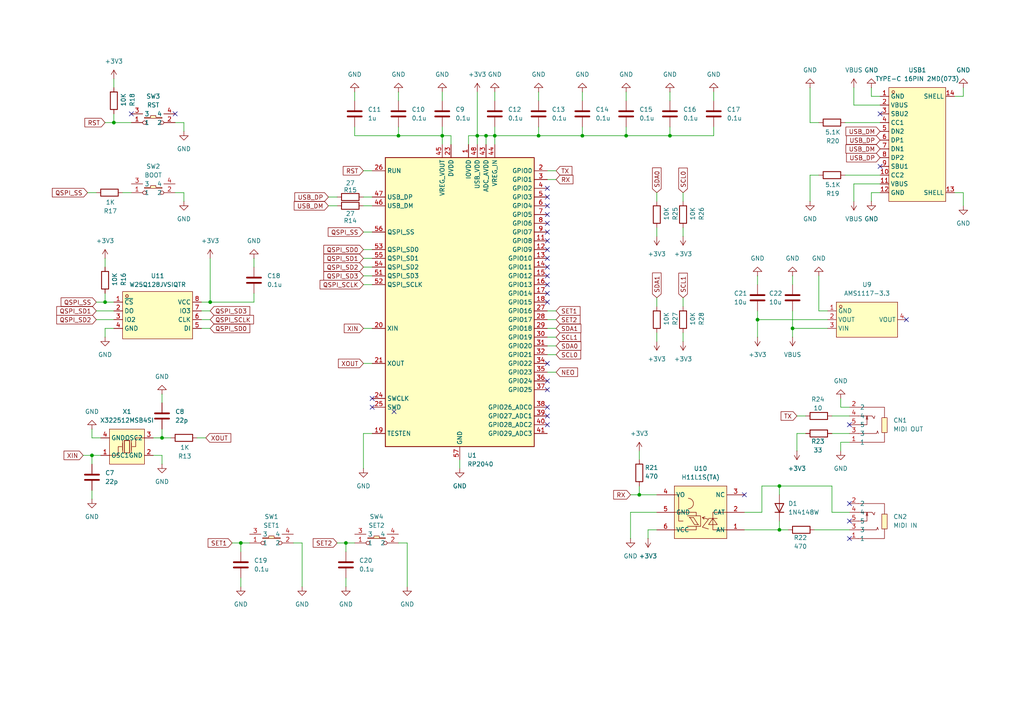
<source format=kicad_sch>
(kicad_sch (version 20231120) (generator "eeschema") (generator_version "8.0")
  (paper "A4")
  (junction (at 115.57 39.37))
  (junction (at 168.91 39.37))
  (junction (at -25.4 163.83))
  (junction (at 30.48 87.63))
  (junction (at -25.4 158.75))
  (junction (at -25.4 151.13))
  (junction (at 100.33 157.48))
  (junction (at 33.02 35.56))
  (junction (at 143.51 39.37))
  (junction (at -25.4 153.67))
  (junction (at -25.4 161.29))
  (junction (at 60.96 87.63))
  (junction (at -25.4 146.05))
  (junction (at 128.27 39.37))
  (junction (at -25.4 168.91))
  (junction (at 46.99 127))
  (junction (at 229.87 95.25))
  (junction (at -25.4 156.21))
  (junction (at 156.21 39.37))
  (junction (at 138.43 39.37))
  (junction (at -25.4 166.37))
  (junction (at 140.97 39.37))
  (junction (at 26.67 132.08))
  (junction (at 185.42 143.51))
  (junction (at 194.31 39.37))
  (junction (at 219.71 92.71))
  (junction (at 226.06 140.97))
  (junction (at 181.61 39.37))
  (junction (at 226.06 153.67))
  (junction (at 69.85 157.48))
  (junction (at -25.4 148.59))
  (no_connect (at 246.38 146.05))
  (no_connect (at 158.75 80.01))
  (no_connect (at 215.9 143.51))
  (no_connect (at -27.94 171.45))
  (no_connect (at 158.75 54.61))
  (no_connect (at 255.27 48.26))
  (no_connect (at 158.75 59.69))
  (no_connect (at 158.75 120.65))
  (no_connect (at 158.75 118.11))
  (no_connect (at 38.1 33.02))
  (no_connect (at 107.95 115.57))
  (no_connect (at 255.27 33.02))
  (no_connect (at 246.38 151.13))
  (no_connect (at 158.75 57.15))
  (no_connect (at 158.75 110.49))
  (no_connect (at 158.75 87.63))
  (no_connect (at -27.94 173.99))
  (no_connect (at 158.75 62.23))
  (no_connect (at 158.75 85.09))
  (no_connect (at 158.75 77.47))
  (no_connect (at 107.95 118.11))
  (no_connect (at 246.38 156.21))
  (no_connect (at -26.67 219.71))
  (no_connect (at 158.75 113.03))
  (no_connect (at 246.38 123.19))
  (no_connect (at 158.75 72.39))
  (no_connect (at 158.75 82.55))
  (no_connect (at 158.75 69.85))
  (no_connect (at 158.75 123.19))
  (no_connect (at 262.89 92.71))
  (no_connect (at 114.3 119.38))
  (no_connect (at 158.75 67.31))
  (no_connect (at 158.75 105.41))
  (no_connect (at 158.75 64.77))
  (no_connect (at 158.75 74.93))
  (no_connect (at 50.8 33.02))
  (wire (pts (xy 60.96 90.17) (xy 58.42 90.17)))
  (wire (pts (xy -30.48 158.75) (xy -25.4 158.75)))
  (wire (pts (xy -110.49 138.43) (xy -110.49 140.97)))
  (wire (pts (xy 73.66 85.09) (xy 73.66 87.63)))
  (wire (pts (xy -58.42 31.75) (xy -55.88 31.75)))
  (wire (pts (xy 252.73 58.42) (xy 252.73 55.88)))
  (wire (pts (xy -76.2 106.68) (xy -73.66 106.68)))
  (wire (pts (xy -54.61 217.17) (xy -57.15 217.17)))
  (wire (pts (xy 161.29 52.07) (xy 158.75 52.07)))
  (wire (pts (xy -148.59 161.29) (xy -123.19 161.29)))
  (wire (pts (xy -95.25 31.75) (xy -97.79 31.75)))
  (wire (pts (xy -43.18 64.77) (xy -43.18 62.23)))
  (wire (pts (xy -30.48 168.91) (xy -25.4 168.91)))
  (wire (pts (xy 46.99 127) (xy 49.53 127)))
  (wire (pts (xy -133.35 54.61) (xy -133.35 52.07)))
  (wire (pts (xy -76.2 46.99) (xy -73.66 46.99)))
  (wire (pts (xy -95.25 166.37) (xy -97.79 166.37)))
  (wire (pts (xy 100.33 157.48) (xy 102.87 157.48)))
  (wire (pts (xy -58.42 148.59) (xy -55.88 148.59)))
  (wire (pts (xy 105.41 135.89) (xy 105.41 125.73)))
  (wire (pts (xy 140.97 39.37) (xy 143.51 39.37)))
  (wire (pts (xy 30.48 74.93) (xy 30.48 77.47)))
  (wire (pts (xy -27.94 39.37) (xy -30.48 39.37)))
  (wire (pts (xy -25.4 153.67) (xy -15.24 153.67)))
  (wire (pts (xy -43.18 19.05) (xy -43.18 21.59)))
  (wire (pts (xy 105.41 67.31) (xy 107.95 67.31)))
  (wire (pts (xy 46.99 127) (xy 44.45 127)))
  (wire (pts (xy 252.73 25.4) (xy 252.73 27.94)))
  (wire (pts (xy -95.25 171.45) (xy -97.79 171.45)))
  (wire (pts (xy 226.06 151.13) (xy 226.06 153.67)))
  (wire (pts (xy -27.94 91.44) (xy -30.48 91.44)))
  (wire (pts (xy 46.99 124.46) (xy 46.99 127)))
  (wire (pts (xy 215.9 153.67) (xy 226.06 153.67)))
  (wire (pts (xy 33.02 35.56) (xy 38.1 35.56)))
  (wire (pts (xy -27.94 96.52) (xy -30.48 96.52)))
  (wire (pts (xy -125.73 29.21) (xy -123.19 29.21)))
  (wire (pts (xy -133.35 46.99) (xy -123.19 46.99)))
  (wire (pts (xy 229.87 80.01) (xy 229.87 82.55)))
  (wire (pts (xy -95.25 46.99) (xy -97.79 46.99)))
  (wire (pts (xy -58.42 88.9) (xy -55.88 88.9)))
  (wire (pts (xy -115.57 214.63) (xy -115.57 217.17)))
  (wire (pts (xy 105.41 59.69) (xy 107.95 59.69)))
  (wire (pts (xy -55.88 156.21) (xy -66.04 156.21)))
  (wire (pts (xy -95.25 173.99) (xy -97.79 173.99)))
  (wire (pts (xy 220.98 148.59) (xy 215.9 148.59)))
  (wire (pts (xy -133.35 171.45) (xy -123.19 171.45)))
  (wire (pts (xy 219.71 90.17) (xy 219.71 92.71)))
  (wire (pts (xy 247.65 30.48) (xy 255.27 30.48)))
  (wire (pts (xy -95.25 168.91) (xy -97.79 168.91)))
  (wire (pts (xy -133.35 121.92) (xy -133.35 124.46)))
  (wire (pts (xy -143.51 109.22) (xy -143.51 106.68)))
  (wire (pts (xy 182.88 148.59) (xy 190.5 148.59)))
  (wire (pts (xy -148.59 41.91) (xy -123.19 41.91)))
  (wire (pts (xy 219.71 80.01) (xy 219.71 82.55)))
  (wire (pts (xy 182.88 143.51) (xy 185.42 143.51)))
  (wire (pts (xy -27.94 29.21) (xy -30.48 29.21)))
  (wire (pts (xy 252.73 55.88) (xy 255.27 55.88)))
  (wire (pts (xy 181.61 26.67) (xy 181.61 29.21)))
  (wire (pts (xy 97.79 157.48) (xy 100.33 157.48)))
  (wire (pts (xy -140.97 219.71) (xy -138.43 219.71)))
  (wire (pts (xy 105.41 74.93) (xy 107.95 74.93)))
  (wire (pts (xy -27.94 86.36) (xy -30.48 86.36)))
  (wire (pts (xy -80.01 222.25) (xy -80.01 219.71)))
  (wire (pts (xy 138.43 26.67) (xy 138.43 39.37)))
  (wire (pts (xy -95.25 54.61) (xy -97.79 54.61)))
  (wire (pts (xy 190.5 68.58) (xy 190.5 66.04)))
  (wire (pts (xy -66.04 54.61) (xy -66.04 52.07)))
  (wire (pts (xy 59.69 127) (xy 57.15 127)))
  (wire (pts (xy 198.12 86.36) (xy 198.12 88.9)))
  (wire (pts (xy -66.04 111.76) (xy -55.88 111.76)))
  (wire (pts (xy -133.35 181.61) (xy -133.35 184.15)))
  (wire (pts (xy -66.04 106.68) (xy -55.88 106.68)))
  (wire (pts (xy -73.66 156.21) (xy -76.2 156.21)))
  (wire (pts (xy -24.13 214.63) (xy -24.13 217.17)))
  (wire (pts (xy 243.84 128.27) (xy 246.38 128.27)))
  (wire (pts (xy -95.25 91.44) (xy -97.79 91.44)))
  (wire (pts (xy -49.53 222.25) (xy -49.53 219.71)))
  (wire (pts (xy 50.8 35.56) (xy 53.34 35.56)))
  (wire (pts (xy 26.67 134.62) (xy 26.67 132.08)))
  (wire (pts (xy -30.48 161.29) (xy -25.4 161.29)))
  (wire (pts (xy -81.28 163.83) (xy -81.28 161.29)))
  (wire (pts (xy -110.49 184.15) (xy -110.49 181.61)))
  (wire (pts (xy 234.95 35.56) (xy 237.49 35.56)))
  (wire (pts (xy 105.41 105.41) (xy 107.95 105.41)))
  (wire (pts (xy -73.66 96.52) (xy -76.2 96.52)))
  (wire (pts (xy -25.4 168.91) (xy -15.24 168.91)))
  (wire (pts (xy 245.11 50.8) (xy 255.27 50.8)))
  (wire (pts (xy -148.59 158.75) (xy -148.59 161.29)))
  (wire (pts (xy -25.4 158.75) (xy -15.24 158.75)))
  (wire (pts (xy -25.4 156.21) (xy -15.24 156.21)))
  (wire (pts (xy 168.91 26.67) (xy 168.91 29.21)))
  (wire (pts (xy 168.91 36.83) (xy 168.91 39.37)))
  (wire (pts (xy -27.94 31.75) (xy -30.48 31.75)))
  (wire (pts (xy 143.51 36.83) (xy 143.51 39.37)))
  (wire (pts (xy -95.25 26.67) (xy -97.79 26.67)))
  (wire (pts (xy -58.42 91.44) (xy -55.88 91.44)))
  (wire (pts (xy -87.63 219.71) (xy -82.55 219.71)))
  (wire (pts (xy -140.97 217.17) (xy -138.43 217.17)))
  (wire (pts (xy 138.43 39.37) (xy 140.97 39.37)))
  (wire (pts (xy 207.01 39.37) (xy 194.31 39.37)))
  (wire (pts (xy 128.27 39.37) (xy 128.27 41.91)))
  (wire (pts (xy -27.94 171.45) (xy -30.48 171.45)))
  (wire (pts (xy 247.65 53.34) (xy 255.27 53.34)))
  (wire (pts (xy 33.02 33.02) (xy 33.02 35.56)))
  (wire (pts (xy -143.51 49.53) (xy -143.51 46.99)))
  (wire (pts (xy 181.61 39.37) (xy 168.91 39.37)))
  (wire (pts (xy -43.18 78.74) (xy -43.18 81.28)))
  (wire (pts (xy -95.25 88.9) (xy -97.79 88.9)))
  (wire (pts (xy 27.94 87.63) (xy 30.48 87.63)))
  (wire (pts (xy 87.63 170.18) (xy 87.63 157.48)))
  (wire (pts (xy 69.85 157.48) (xy 72.39 157.48)))
  (wire (pts (xy -110.49 222.25) (xy -110.49 219.71)))
  (wire (pts (xy 25.4 55.88) (xy 27.94 55.88)))
  (wire (pts (xy -115.57 217.17) (xy -118.11 217.17)))
  (wire (pts (xy -140.97 36.83) (xy -143.51 36.83)))
  (wire (pts (xy -82.55 217.17) (xy -77.47 217.17)))
  (wire (pts (xy -123.19 36.83) (xy -133.35 36.83)))
  (wire (pts (xy -95.25 52.07) (xy -97.79 52.07)))
  (wire (pts (xy -140.97 96.52) (xy -143.51 96.52)))
  (wire (pts (xy -55.88 36.83) (xy -66.04 36.83)))
  (wire (pts (xy 33.02 35.56) (xy 30.48 35.56)))
  (wire (pts (xy -43.18 124.46) (xy -43.18 121.92)))
  (wire (pts (xy 26.67 132.08) (xy 29.21 132.08)))
  (wire (pts (xy -24.13 217.17) (xy -26.67 217.17)))
  (wire (pts (xy 118.11 157.48) (xy 115.57 157.48)))
  (wire (pts (xy -133.35 166.37) (xy -123.19 166.37)))
  (wire (pts (xy -66.04 171.45) (xy -55.88 171.45)))
  (wire (pts (xy 279.4 55.88) (xy 276.86 55.88)))
  (wire (pts (xy -81.28 44.45) (xy -81.28 41.91)))
  (wire (pts (xy -55.88 96.52) (xy -66.04 96.52)))
  (wire (pts (xy 60.96 87.63) (xy 58.42 87.63)))
  (wire (pts (xy -123.19 96.52) (xy -133.35 96.52)))
  (wire (pts (xy -125.73 148.59) (xy -123.19 148.59)))
  (wire (pts (xy -27.94 34.29) (xy -30.48 34.29)))
  (wire (pts (xy 220.98 140.97) (xy 220.98 148.59)))
  (wire (pts (xy -30.48 163.83) (xy -25.4 163.83)))
  (wire (pts (xy 161.29 107.95) (xy 158.75 107.95)))
  (wire (pts (xy -58.42 29.21) (xy -55.88 29.21)))
  (wire (pts (xy 60.96 74.93) (xy 60.96 87.63)))
  (wire (pts (xy -76.2 49.53) (xy -76.2 46.99)))
  (wire (pts (xy 194.31 26.67) (xy 194.31 29.21)))
  (wire (pts (xy 69.85 157.48) (xy 69.85 160.02)))
  (wire (pts (xy 234.95 58.42) (xy 234.95 50.8)))
  (wire (pts (xy -27.94 93.98) (xy -30.48 93.98)))
  (wire (pts (xy -95.25 36.83) (xy -97.79 36.83)))
  (wire (pts (xy -30.48 151.13) (xy -25.4 151.13)))
  (wire (pts (xy -133.35 111.76) (xy -123.19 111.76)))
  (wire (pts (xy 161.29 92.71) (xy 158.75 92.71)))
  (wire (pts (xy 245.11 35.56) (xy 255.27 35.56)))
  (wire (pts (xy -43.18 184.15) (xy -43.18 181.61)))
  (wire (pts (xy -27.94 46.99) (xy -30.48 46.99)))
  (wire (pts (xy -95.25 29.21) (xy -97.79 29.21)))
  (wire (pts (xy 130.81 39.37) (xy 128.27 39.37)))
  (wire (pts (xy 67.31 157.48) (xy 69.85 157.48)))
  (wire (pts (xy 194.31 36.83) (xy 194.31 39.37)))
  (wire (pts (xy 102.87 39.37) (xy 115.57 39.37)))
  (wire (pts (xy -143.51 101.6) (xy -123.19 101.6)))
  (wire (pts (xy -76.2 156.21) (xy -76.2 153.67)))
  (wire (pts (xy 50.8 55.88) (xy 53.34 55.88)))
  (wire (pts (xy 161.29 49.53) (xy 158.75 49.53)))
  (wire (pts (xy -82.55 219.71) (xy -82.55 217.17)))
  (wire (pts (xy -43.18 138.43) (xy -43.18 140.97)))
  (wire (pts (xy -110.49 78.74) (xy -110.49 81.28)))
  (wire (pts (xy 156.21 26.67) (xy 156.21 29.21)))
  (wire (pts (xy 194.31 39.37) (xy 181.61 39.37)))
  (wire (pts (xy -76.2 166.37) (xy -73.66 166.37)))
  (wire (pts (xy 252.73 27.94) (xy 255.27 27.94)))
  (wire (pts (xy -27.94 173.99) (xy -30.48 173.99)))
  (wire (pts (xy 231.14 125.73) (xy 233.68 125.73)))
  (wire (pts (xy 229.87 97.79) (xy 229.87 95.25)))
  (wire (pts (xy -85.09 214.63) (xy -85.09 217.17)))
  (wire (pts (xy -125.73 31.75) (xy -123.19 31.75)))
  (wire (pts (xy -81.28 161.29) (xy -55.88 161.29)))
  (wire (pts (xy 102.87 26.67) (xy 102.87 29.21)))
  (wire (pts (xy 73.66 87.63) (xy 60.96 87.63)))
  (wire (pts (xy -143.51 156.21) (xy -143.51 153.67)))
  (wire (pts (xy 234.95 50.8) (xy 237.49 50.8)))
  (wire (pts (xy 33.02 22.86) (xy 33.02 25.4)))
  (wire (pts (xy -95.25 163.83) (xy -97.79 163.83)))
  (wire (pts (xy -133.35 62.23) (xy -133.35 64.77)))
  (wire (pts (xy 231.14 130.81) (xy 231.14 125.73)))
  (wire (pts (xy 130.81 41.91) (xy 130.81 39.37)))
  (wire (pts (xy 105.41 57.15) (xy 107.95 57.15)))
  (wire (pts (xy 128.27 26.67) (xy 128.27 29.21)))
  (wire (pts (xy -95.25 148.59) (xy -97.79 148.59)))
  (wire (pts (xy 247.65 58.42) (xy 247.65 53.34)))
  (wire (pts (xy 53.34 58.42) (xy 53.34 55.88)))
  (wire (pts (xy 135.89 39.37) (xy 138.43 39.37)))
  (wire (pts (xy -27.94 99.06) (xy -30.48 99.06)))
  (wire (pts (xy -95.25 158.75) (xy -97.79 158.75)))
  (wire (pts (xy -133.35 173.99) (xy -133.35 171.45)))
  (wire (pts (xy 161.29 90.17) (xy 158.75 90.17)))
  (wire (pts (xy 100.33 170.18) (xy 100.33 167.64)))
  (wire (pts (xy -140.97 222.25) (xy -140.97 219.71)))
  (wire (pts (xy -80.01 219.71) (xy -77.47 219.71)))
  (wire (pts (xy -52.07 219.71) (xy -52.07 217.17)))
  (wire (pts (xy -58.42 151.13) (xy -55.88 151.13)))
  (wire (pts (xy -125.73 91.44) (xy -123.19 91.44)))
  (wire (pts (xy 46.99 132.08) (xy 44.45 132.08)))
  (wire (pts (xy -95.25 106.68) (xy -97.79 106.68)))
  (wire (pts (xy -25.4 151.13) (xy -15.24 151.13)))
  (wire (pts (xy -110.49 64.77) (xy -110.49 62.23)))
  (wire (pts (xy -30.48 146.05) (xy -25.4 146.05)))
  (wire (pts (xy -27.94 44.45) (xy -30.48 44.45)))
  (wire (pts (xy -143.51 168.91) (xy -143.51 166.37)))
  (wire (pts (xy -27.94 49.53) (xy -30.48 49.53)))
  (wire (pts (xy -27.94 36.83) (xy -30.48 36.83)))
  (wire (pts (xy 198.12 55.88) (xy 198.12 58.42)))
  (wire (pts (xy -66.04 52.07) (xy -55.88 52.07)))
  (wire (pts (xy -95.25 114.3) (xy -97.79 114.3)))
  (wire (pts (xy 161.29 97.79) (xy 158.75 97.79)))
  (wire (pts (xy -110.49 219.71) (xy -107.95 219.71)))
  (wire (pts (xy 27.94 90.17) (xy 33.02 90.17)))
  (wire (pts (xy -95.25 99.06) (xy -97.79 99.06)))
  (wire (pts (xy -95.25 156.21) (xy -97.79 156.21)))
  (wire (pts (xy -95.25 39.37) (xy -97.79 39.37)))
  (wire (pts (xy 87.63 157.48) (xy 85.09 157.48)))
  (wire (pts (xy 198.12 68.58) (xy 198.12 66.04)))
  (wire (pts (xy -76.2 101.6) (xy -55.88 101.6)))
  (wire (pts (xy 105.41 82.55) (xy 107.95 82.55)))
  (wire (pts (xy 156.21 39.37) (xy 143.51 39.37)))
  (wire (pts (xy -95.25 111.76) (xy -97.79 111.76)))
  (wire (pts (xy 140.97 39.37) (xy 140.97 41.91)))
  (wire (pts (xy -133.35 106.68) (xy -123.19 106.68)))
  (wire (pts (xy 241.3 140.97) (xy 226.06 140.97)))
  (wire (pts (xy -27.94 111.76) (xy -30.48 111.76)))
  (wire (pts (xy 182.88 156.21) (xy 182.88 148.59)))
  (wire (pts (xy -30.48 148.59) (xy -25.4 148.59)))
  (wire (pts (xy -25.4 146.05) (xy -15.24 146.05)))
  (wire (pts (xy -27.94 101.6) (xy -30.48 101.6)))
  (wire (pts (xy 30.48 97.79) (xy 30.48 95.25)))
  (wire (pts (xy -73.66 36.83) (xy -76.2 36.83)))
  (wire (pts (xy 190.5 55.88) (xy 190.5 58.42)))
  (wire (pts (xy 156.21 36.83) (xy 156.21 39.37)))
  (wire (pts (xy 30.48 87.63) (xy 30.48 85.09)))
  (wire (pts (xy -76.2 96.52) (xy -76.2 93.98)))
  (wire (pts (xy 226.06 153.67) (xy 228.6 153.67)))
  (wire (pts (xy 128.27 36.83) (xy 128.27 39.37)))
  (wire (pts (xy -110.49 19.05) (xy -110.49 21.59)))
  (wire (pts (xy 105.41 95.25) (xy 107.95 95.25)))
  (wire (pts (xy 105.41 77.47) (xy 107.95 77.47)))
  (wire (pts (xy -25.4 163.83) (xy -15.24 163.83)))
  (wire (pts (xy 138.43 39.37) (xy 138.43 41.91)))
  (wire (pts (xy -66.04 166.37) (xy -55.88 166.37)))
  (wire (pts (xy -95.25 93.98) (xy -97.79 93.98)))
  (wire (pts (xy -66.04 173.99) (xy -66.04 171.45)))
  (wire (pts (xy 102.87 36.83) (xy 102.87 39.37)))
  (wire (pts (xy -85.09 217.17) (xy -87.63 217.17)))
  (wire (pts (xy 69.85 170.18) (xy 69.85 167.64)))
  (wire (pts (xy 279.4 25.4) (xy 279.4 27.94)))
  (wire (pts (xy -27.94 41.91) (xy -30.48 41.91)))
  (wire (pts (xy 143.51 26.67) (xy 143.51 29.21)))
  (wire (pts (xy 243.84 115.57) (xy 243.84 118.11)))
  (wire (pts (xy -57.15 219.71) (xy -52.07 219.71)))
  (wire (pts (xy -30.48 166.37) (xy -25.4 166.37)))
  (wire (pts (xy -27.94 114.3) (xy -30.48 114.3)))
  (wire (pts (xy 181.61 36.83) (xy 181.61 39.37)))
  (wire (pts (xy 246.38 148.59) (xy 241.3 148.59)))
  (wire (pts (xy -54.61 214.63) (xy -54.61 217.17)))
  (wire (pts (xy 53.34 38.1) (xy 53.34 35.56)))
  (wire (pts (xy 187.96 153.67) (xy 190.5 153.67)))
  (wire (pts (xy -27.94 109.22) (xy -30.48 109.22)))
  (wire (pts (xy -30.48 153.67) (xy -25.4 153.67)))
  (wire (pts (xy -123.19 156.21) (xy -133.35 156.21)))
  (wire (pts (xy 60.96 95.25) (xy 58.42 95.25)))
  (wire (pts (xy 279.4 59.69) (xy 279.4 55.88)))
  (wire (pts (xy -113.03 217.17) (xy -107.95 217.17)))
  (wire (pts (xy 128.27 39.37) (xy 115.57 39.37)))
  (wire (pts (xy -25.4 161.29) (xy -15.24 161.29)))
  (wire (pts (xy -95.25 153.67) (xy -97.79 153.67)))
  (wire (pts (xy -30.48 156.21) (xy -25.4 156.21)))
  (wire (pts (xy 243.84 118.11) (xy 246.38 118.11)))
  (wire (pts (xy -143.51 106.68) (xy -140.97 106.68)))
  (wire (pts (xy -95.25 49.53) (xy -97.79 49.53)))
  (wire (pts (xy -143.51 46.99) (xy -140.97 46.99)))
  (wire (pts (xy 26.67 124.46) (xy 26.67 127)))
  (wire (pts (xy -118.11 219.71) (xy -113.03 219.71)))
  (wire (pts (xy -49.53 219.71) (xy -46.99 219.71)))
  (wire (pts (xy 229.87 95.25) (xy 240.03 95.25)))
  (wire (pts (xy 135.89 41.91) (xy 135.89 39.37)))
  (wire (pts (xy 219.71 97.79) (xy 219.71 92.71)))
  (wire (pts (xy 190.5 86.36) (xy 190.5 88.9)))
  (wire (pts (xy 247.65 25.4) (xy 247.65 30.48)))
  (wire (pts (xy -95.25 86.36) (xy -97.79 86.36)))
  (wire (pts (xy 161.29 95.25) (xy 158.75 95.25)))
  (wire (pts (xy 185.42 130.81) (xy 185.42 133.35)))
  (wire (pts (xy -66.04 46.99) (xy -55.88 46.99)))
  (wire (pts (xy 95.25 57.15) (xy 97.79 57.15)))
  (wire (pts (xy 95.25 59.69) (xy 97.79 59.69)))
  (wire (pts (xy 185.42 143.51) (xy 185.42 140.97)))
  (wire (pts (xy 190.5 143.51) (xy 185.42 143.51)))
  (wire (pts (xy 219.71 92.71) (xy 240.03 92.71)))
  (wire (pts (xy 226.06 140.97) (xy 226.06 143.51)))
  (wire (pts (xy 190.5 99.06) (xy 190.5 96.52)))
  (wire (pts (xy -95.25 34.29) (xy -97.79 34.29)))
  (wire (pts (xy -66.04 121.92) (xy -66.04 124.46)))
  (wire (pts (xy 161.29 100.33) (xy 158.75 100.33)))
  (wire (pts (xy 30.48 95.25) (xy 33.02 95.25)))
  (wire (pts (xy 100.33 157.48) (xy 100.33 160.02)))
  (wire (pts (xy -133.35 52.07) (xy -123.19 52.07)))
  (wire (pts (xy -95.25 101.6) (xy -97.79 101.6)))
  (wire (pts (xy 35.56 55.88) (xy 38.1 55.88)))
  (wire (pts (xy -27.94 52.07) (xy -30.48 52.07)))
  (wire (pts (xy -76.2 36.83) (xy -76.2 34.29)))
  (wire (pts (xy 229.87 90.17) (xy 229.87 95.25)))
  (wire (pts (xy -27.94 88.9) (xy -30.48 88.9)))
  (wire (pts (xy 226.06 140.97) (xy 220.98 140.97)))
  (wire (pts (xy 26.67 127) (xy 29.21 127)))
  (wire (pts (xy 161.29 102.87) (xy 158.75 102.87)))
  (wire (pts (xy 279.4 27.94) (xy 276.86 27.94)))
  (wire (pts (xy 46.99 134.62) (xy 46.99 132.08)))
  (wire (pts (xy 118.11 170.18) (xy 118.11 157.48)))
  (wire (pts (xy -27.94 106.68) (xy -30.48 106.68)))
  (wire (pts (xy 133.35 135.89) (xy 133.35 133.35)))
  (wire (pts (xy -95.25 104.14) (xy -97.79 104.14)))
  (wire (pts (xy -66.04 114.3) (xy -66.04 111.76)))
  (wire (pts (xy 143.51 39.37) (xy 143.51 41.91)))
  (wire (pts (xy -25.4 148.59) (xy -15.24 148.59)))
  (wire (pts (xy -27.94 26.67) (xy -30.48 26.67)))
  (wire (pts (xy 105.41 72.39) (xy 107.95 72.39)))
  (wire (pts (xy -110.49 124.46) (xy -110.49 121.92)))
  (wire (pts (xy -52.07 217.17) (xy -46.99 217.17)))
  (wire (pts (xy 246.38 153.67) (xy 236.22 153.67)))
  (wire (pts (xy 187.96 156.21) (xy 187.96 153.67)))
  (wire (pts (xy 33.02 87.63) (xy 30.48 87.63)))
  (wire (pts (xy -66.04 62.23) (xy -66.04 64.77)))
  (wire (pts (xy -95.25 161.29) (xy -97.79 161.29)))
  (wire (pts (xy -140.97 156.21) (xy -143.51 156.21)))
  (wire (pts (xy -143.51 36.83) (xy -143.51 34.29)))
  (wire (pts (xy -76.2 109.22) (xy -76.2 106.68)))
  (wire (pts (xy 60.96 92.71) (xy 58.42 92.71)))
  (wire (pts (xy -95.25 151.13) (xy -97.79 151.13)))
  (wire (pts (xy 198.12 99.06) (xy 198.12 96.52)))
  (wire (pts (xy 46.99 114.3) (xy 46.99 116.84)))
  (wire (pts (xy -143.51 96.52) (xy -143.51 93.98)))
  (wire (pts (xy 105.41 49.53) (xy 107.95 49.53)))
  (wire (pts (xy 243.84 130.81) (xy 243.84 128.27)))
  (wire (pts (xy -125.73 151.13) (xy -123.19 151.13)))
  (wire (pts (xy 207.01 36.83) (xy 207.01 39.37)))
  (wire (pts (xy -95.25 109.22) (xy -97.79 109.22)))
  (wire (pts (xy 105.41 80.01) (xy 107.95 80.01)))
  (wire (pts (xy 26.67 144.78) (xy 26.67 142.24)))
  (wire (pts (xy 115.57 39.37) (xy 115.57 36.83)))
  (wire (pts (xy -133.35 114.3) (xy -133.35 111.76)))
  (wire (pts (xy -25.4 166.37) (xy -15.24 166.37)))
  (wire (pts (xy -95.25 146.05) (xy -97.79 146.05)))
  (wire (pts (xy 168.91 39.37) (xy 156.21 39.37)))
  (wire (pts (xy -81.28 41.91) (xy -55.88 41.91)))
  (wire (pts (xy 115.57 26.67) (xy 115.57 29.21)))
  (wire (pts (xy 207.01 26.67) (xy 207.01 29.21)))
  (wire (pts (xy -27.94 104.14) (xy -30.48 104.14)))
  (wire (pts (xy 231.14 120.65) (xy 233.68 120.65)))
  (wire (pts (xy 237.49 80.01) (xy 237.49 90.17)))
  (wire (pts (xy -76.2 168.91) (xy -76.2 166.37)))
  (wire (pts (xy 237.49 90.17) (xy 240.03 90.17)))
  (wire (pts (xy -95.25 41.91) (xy -97.79 41.91)))
  (wire (pts (xy 241.3 148.59) (xy 241.3 140.97)))
  (wire (pts (xy 241.3 120.65) (xy 246.38 120.65)))
  (wire (pts (xy -125.73 88.9) (xy -123.19 88.9)))
  (wire (pts (xy 234.95 25.4) (xy 234.95 35.56)))
  (wire (pts (xy 241.3 125.73) (xy 246.38 125.73)))
  (wire (pts (xy -95.25 44.45) (xy -97.79 44.45)))
  (wire (pts (xy 24.13 132.08) (xy 26.67 132.08)))
  (wire (pts (xy 27.94 92.71) (xy 33.02 92.71)))
  (wire (pts (xy 105.41 125.73) (xy 107.95 125.73)))
  (wire (pts (xy -143.51 166.37) (xy -140.97 166.37)))
  (wire (pts (xy -27.94 54.61) (xy -30.48 54.61)))
  (wire (pts (xy -148.59 39.37) (xy -148.59 41.91)))
  (wire (pts (xy -95.25 96.52) (xy -97.79 96.52)))
  (wire (pts (xy 73.66 74.93) (xy 73.66 77.47)))
  (wire (pts (xy -113.03 219.71) (xy -113.03 217.17)))
  (wire (pts (xy -66.04 181.61) (xy -66.04 184.15)))
  (rectangle (start -158.75 8.89) (end -6.35 194.31))
  (global_label "RST" (shape input) (at 30.48 35.56 180) (property "Intersheetrefs" "${INTERSHEET_REFS}" (effects (hide yes))))
  (global_label "SDA0" (shape input) (at 161.29 100.33 0) (property "Intersheetrefs" "${INTERSHEET_REFS}" (effects (hide yes))))
  (global_label "QSPI_SD1" (shape input) (at 27.94 90.17 180) (property "Intersheetrefs" "${INTERSHEET_REFS}" (effects (hide yes))))
  (global_label "TX" (shape input) (at 161.29 49.53 0) (property "Intersheetrefs" "${INTERSHEET_REFS}" (effects (hide yes))))
  (global_label "USB_DP" (shape input) (at 95.25 57.15 180) (property "Intersheetrefs" "${INTERSHEET_REFS}" (effects (hide yes))))
  (global_label "RX" (shape input) (at 161.29 52.07 0) (property "Intersheetrefs" "${INTERSHEET_REFS}" (effects (hide yes))))
  (global_label "SCL0" (shape input) (at -125.73 31.75 180) (property "Intersheetrefs" "${INTERSHEET_REFS}" (effects (hide yes))))
  (global_label "XIN" (shape input) (at 105.41 95.25 180) (property "Intersheetrefs" "${INTERSHEET_REFS}" (effects (hide yes))))
  (global_label "XIN" (shape input) (at 24.13 132.08 180) (property "Intersheetrefs" "${INTERSHEET_REFS}" (effects (hide yes))))
  (global_label "USB_DM" (shape input) (at 95.25 59.69 180) (property "Intersheetrefs" "${INTERSHEET_REFS}" (effects (hide yes))))
  (global_label "QSPI_SD2" (shape input) (at 105.41 77.47 180) (property "Intersheetrefs" "${INTERSHEET_REFS}" (effects (hide yes))))
  (global_label "SET1" (shape input) (at 161.29 90.17 0) (property "Intersheetrefs" "${INTERSHEET_REFS}" (effects (hide yes))))
  (global_label "QSPI_SD0" (shape input) (at 60.96 95.25 0) (property "Intersheetrefs" "${INTERSHEET_REFS}" (effects (hide yes))))
  (global_label "SCL0" (shape input) (at 198.12 55.88 90) (property "Intersheetrefs" "${INTERSHEET_REFS}" (effects (hide yes))))
  (global_label "SDA0" (shape input) (at -58.42 88.9 180) (property "Intersheetrefs" "${INTERSHEET_REFS}" (effects (hide yes))))
  (global_label "SET1" (shape input) (at 67.31 157.48 180) (property "Intersheetrefs" "${INTERSHEET_REFS}" (effects (hide yes))))
  (global_label "QSPI_SS" (shape input) (at 105.41 67.31 180) (property "Intersheetrefs" "${INTERSHEET_REFS}" (effects (hide yes))))
  (global_label "XOUT" (shape input) (at 59.69 127 0) (property "Intersheetrefs" "${INTERSHEET_REFS}" (effects (hide yes))))
  (global_label "SDA0" (shape input) (at 190.5 55.88 90) (property "Intersheetrefs" "${INTERSHEET_REFS}" (effects (hide yes))))
  (global_label "USB_DM" (shape input) (at 255.27 43.18 180) (property "Intersheetrefs" "${INTERSHEET_REFS}" (effects (hide yes))))
  (global_label "TX" (shape input) (at 231.14 120.65 180) (property "Intersheetrefs" "${INTERSHEET_REFS}" (effects (hide yes))))
  (global_label "SET2" (shape input) (at 161.29 92.71 0) (property "Intersheetrefs" "${INTERSHEET_REFS}" (effects (hide yes))))
  (global_label "SCL0" (shape input) (at -58.42 91.44 180) (property "Intersheetrefs" "${INTERSHEET_REFS}" (effects (hide yes))))
  (global_label "SDA0" (shape input) (at -125.73 88.9 180) (property "Intersheetrefs" "${INTERSHEET_REFS}" (effects (hide yes))))
  (global_label "XOUT" (shape input) (at 105.41 105.41 180) (property "Intersheetrefs" "${INTERSHEET_REFS}" (effects (hide yes))))
  (global_label "QSPI_SD3" (shape input) (at 60.96 90.17 0) (property "Intersheetrefs" "${INTERSHEET_REFS}" (effects (hide yes))))
  (global_label "SDA1" (shape input) (at 190.5 86.36 90) (property "Intersheetrefs" "${INTERSHEET_REFS}" (effects (hide yes))))
  (global_label "USB_DP" (shape input) (at 255.27 40.64 180) (property "Intersheetrefs" "${INTERSHEET_REFS}" (effects (hide yes))))
  (global_label "SCL1" (shape input) (at -125.73 151.13 180) (property "Intersheetrefs" "${INTERSHEET_REFS}" (effects (hide yes))))
  (global_label "SCL0" (shape input) (at -143.51 101.6 180) (property "Intersheetrefs" "${INTERSHEET_REFS}" (effects (hide yes))))
  (global_label "QSPI_SD3" (shape input) (at 105.41 80.01 180) (property "Intersheetrefs" "${INTERSHEET_REFS}" (effects (hide yes))))
  (global_label "QSPI_SCLK" (shape input) (at 60.96 92.71 0) (property "Intersheetrefs" "${INTERSHEET_REFS}" (effects (hide yes))))
  (global_label "QSPI_SD2" (shape input) (at 27.94 92.71 180) (property "Intersheetrefs" "${INTERSHEET_REFS}" (effects (hide yes))))
  (global_label "SCL1" (shape input) (at 161.29 97.79 0) (property "Intersheetrefs" "${INTERSHEET_REFS}" (effects (hide yes))))
  (global_label "QSPI_SS" (shape input) (at 27.94 87.63 180) (property "Intersheetrefs" "${INTERSHEET_REFS}" (effects (hide yes))))
  (global_label "SDA1" (shape input) (at -58.42 148.59 180) (property "Intersheetrefs" "${INTERSHEET_REFS}" (effects (hide yes))))
  (global_label "NEO" (shape input) (at 161.29 107.95 0) (property "Intersheetrefs" "${INTERSHEET_REFS}" (effects (hide yes))))
  (global_label "SCL0" (shape input) (at -125.73 91.44 180) (property "Intersheetrefs" "${INTERSHEET_REFS}" (effects (hide yes))))
  (global_label "SDA0" (shape input) (at -76.2 101.6 180) (property "Intersheetrefs" "${INTERSHEET_REFS}" (effects (hide yes))))
  (global_label "SCL0" (shape input) (at -58.42 31.75 180) (property "Intersheetrefs" "${INTERSHEET_REFS}" (effects (hide yes))))
  (global_label "SDA1" (shape input) (at 161.29 95.25 0) (property "Intersheetrefs" "${INTERSHEET_REFS}" (effects (hide yes))))
  (global_label "USB_DP" (shape input) (at 255.27 45.72 180) (property "Intersheetrefs" "${INTERSHEET_REFS}" (effects (hide yes))))
  (global_label "SCL1" (shape input) (at -58.42 151.13 180) (property "Intersheetrefs" "${INTERSHEET_REFS}" (effects (hide yes))))
  (global_label "RST" (shape input) (at 105.41 49.53 180) (property "Intersheetrefs" "${INTERSHEET_REFS}" (effects (hide yes))))
  (global_label "USB_DM" (shape input) (at 255.27 38.1 180) (property "Intersheetrefs" "${INTERSHEET_REFS}" (effects (hide yes))))
  (global_label "SDA0" (shape input) (at -58.42 29.21 180) (property "Intersheetrefs" "${INTERSHEET_REFS}" (effects (hide yes))))
  (global_label "SET2" (shape input) (at 97.79 157.48 180) (property "Intersheetrefs" "${INTERSHEET_REFS}" (effects (hide yes))))
  (global_label "SDA0" (shape input) (at -125.73 29.21 180) (property "Intersheetrefs" "${INTERSHEET_REFS}" (effects (hide yes))))
  (global_label "QSPI_SD0" (shape input) (at 105.41 72.39 180) (property "Intersheetrefs" "${INTERSHEET_REFS}" (effects (hide yes))))
  (global_label "SCL1" (shape input) (at 198.12 86.36 90) (property "Intersheetrefs" "${INTERSHEET_REFS}" (effects (hide yes))))
  (global_label "QSPI_SS" (shape input) (at 25.4 55.88 180) (property "Intersheetrefs" "${INTERSHEET_REFS}" (effects (hide yes))))
  (global_label "NEO" (shape input) (at -140.97 217.17 180) (property "Intersheetrefs" "${INTERSHEET_REFS}" (effects (hide yes))))
  (global_label "RX" (shape input) (at 182.88 143.51 180) (property "Intersheetrefs" "${INTERSHEET_REFS}" (effects (hide yes))))
  (global_label "SDA1" (shape input) (at -125.73 148.59 180) (property "Intersheetrefs" "${INTERSHEET_REFS}" (effects (hide yes))))
  (global_label "SCL0" (shape input) (at 161.29 102.87 0) (property "Intersheetrefs" "${INTERSHEET_REFS}" (effects (hide yes))))
  (global_label "QSPI_SCLK" (shape input) (at 105.41 82.55 180) (property "Intersheetrefs" "${INTERSHEET_REFS}" (effects (hide yes))))
  (global_label "QSPI_SD1" (shape input) (at 105.41 74.93 180) (property "Intersheetrefs" "${INTERSHEET_REFS}" (effects (hide yes))))
  (symbol (lib_id "power:GND") (at 182.88 156.21 0) (mirror y) (unit 1)
    (property "Reference" "#PWR084" (effects (hide yes)))
    (property "Value" "GND" (at 182.88 161.29 0))
    (property "Description" "Power symbol creates a global label with name \"GND\" , ground" (effects (hide yes)))
  )
  (symbol (lib_id "Mechanical:MountingHole_Pad") (at -92.71 93.98 270) (unit 1) (exclude_from_sim yes) (in_bom no)
    (property "Reference" "P27" (at -88.9 93.98 90) (effects (justify left)))
    (property "Value" "MountingHole_Pad" (effects (hide yes)))
    (property "Footprint" "copper:onefret" (effects (hide yes)))
    (property "Description" "Mounting Hole with connection" (effects (hide yes)))
  )
  (symbol (lib_id "MCU_RaspberryPi:RP2040") (at 133.35 87.63 0) (unit 1)
    (property "Reference" "U1" (at 135.5441 132.08 0) (effects (justify left)))
    (property "Value" "RP2040" (at 135.5441 134.62 0) (effects (justify left)))
    (property "Footprint" "Package_DFN_QFN:QFN-56-1EP_7x7mm_P0.4mm_EP3.2x3.2mm" (effects (hide yes)))
    (property "Datasheet" "https://datasheets.raspberrypi.com/rp2040/rp2040-datasheet.pdf" (effects (hide yes)))
    (property "Description" "A microcontroller by Raspberry Pi" (effects (hide yes)))
  )
  (symbol (lib_id "Device:R") (at 190.5 92.71 180) (unit 1)
    (property "Reference" "R27" (at 195.834 92.456 90))
    (property "Value" "10K" (at 193.294 92.456 90))
    (property "Footprint" "Resistor_SMD:R_0402_1005Metric" (effects (hide yes)))
    (property "Description" "Resistor" (effects (hide yes)))
  )
  (symbol (lib_id "easyeda2kicad:SK6812SIDE-A_C5378721") (at -67.31 218.44 0) (unit 1)
    (property "Reference" "LED3" (at -67.31 209.55 0))
    (property "Value" "SK6812SIDE-A_C5378721" (at -67.31 212.09 0))
    (property "Footprint" "easyeda2kicad:LED-SMD_4P-L4.0-W1.6-L" (effects (hide yes)))
    (property "LCSC Part" "C5378721" (effects (hide yes)))
  )
  (symbol (lib_id "power:+3V3") (at -110.49 19.05 0) (mirror y) (unit 1)
    (property "Reference" "#PWR02" (effects (hide yes)))
    (property "Value" "+3V3" (at -110.49 13.97 0))
    (property "Description" "Power symbol creates a global label with name \"+3V3\"" (effects (hide yes)))
  )
  (symbol (lib_id "power:+3V3") (at 33.02 22.86 0) (mirror y) (unit 1)
    (property "Reference" "#PWR057" (effects (hide yes)))
    (property "Value" "+3V3" (at 33.02 17.78 0))
    (property "Description" "Power symbol creates a global label with name \"+3V3\"" (effects (hide yes)))
  )
  (symbol (lib_id "power:GND") (at 279.4 59.69 0) (mirror y) (unit 1)
    (property "Reference" "#PWR070" (effects (hide yes)))
    (property "Value" "GND" (at 279.4 64.77 0))
    (property "Description" "Power symbol creates a global label with name \"GND\" , ground" (effects (hide yes)))
  )
  (symbol (lib_id "power:+3V3") (at -143.51 153.67 0) (mirror y) (unit 1)
    (property "Reference" "#PWR024" (effects (hide yes)))
    (property "Value" "+3V3" (at -143.51 149.86 0))
    (property "Description" "Power symbol creates a global label with name \"+3V3\"" (effects (hide yes)))
  )
  (symbol (lib_id "power:GND") (at 87.63 170.18 0) (mirror y) (unit 1)
    (property "Reference" "#PWR074" (effects (hide yes)))
    (property "Value" "GND" (at 87.63 175.26 0))
    (property "Description" "Power symbol creates a global label with name \"GND\" , ground" (effects (hide yes)))
  )
  (symbol (lib_id "easyeda2kicad:SK6812SIDE-A_C5378721") (at -97.79 218.44 0) (unit 1)
    (property "Reference" "LED2" (at -97.79 209.55 0))
    (property "Value" "SK6812SIDE-A_C5378721" (at -97.79 212.09 0))
    (property "Footprint" "easyeda2kicad:LED-SMD_4P-L4.0-W1.6-L" (effects (hide yes)))
    (property "LCSC Part" "C5378721" (effects (hide yes)))
  )
  (symbol (lib_id "power:+3V3") (at 138.43 26.67 0) (mirror y) (unit 1)
    (property "Reference" "#PWR050" (effects (hide yes)))
    (property "Value" "+3V3" (at 138.43 21.59 0))
    (property "Description" "Power symbol creates a global label with name \"+3V3\"" (effects (hide yes)))
  )
  (symbol (lib_id "Device:R") (at 190.5 62.23 180) (unit 1)
    (property "Reference" "R25" (at 195.834 61.976 90))
    (property "Value" "10K" (at 193.294 61.976 90))
    (property "Footprint" "Resistor_SMD:R_0402_1005Metric" (effects (hide yes)))
    (property "Description" "Resistor" (effects (hide yes)))
  )
  (symbol (lib_id "Device:C") (at 207.01 33.02 0) (unit 1)
    (property "Reference" "C17" (at 210.82 31.7499 0) (effects (justify left)))
    (property "Value" "0.1u" (at 210.82 34.2899 0) (effects (justify left)))
    (property "Footprint" "Capacitor_SMD:C_0402_1005Metric" (effects (hide yes)))
    (property "Description" "Unpolarized capacitor" (effects (hide yes)))
  )
  (symbol (lib_id "Device:C") (at 115.57 33.02 0) (unit 1)
    (property "Reference" "C10" (at 119.38 31.7499 0) (effects (justify left)))
    (property "Value" "0.1u" (at 119.38 34.2899 0) (effects (justify left)))
    (property "Footprint" "Capacitor_SMD:C_0402_1005Metric" (effects (hide yes)))
    (property "Description" "Unpolarized capacitor" (effects (hide yes)))
  )
  (symbol (lib_id "power:GND") (at -110.49 124.46 0) (mirror y) (unit 1)
    (property "Reference" "#PWR018" (effects (hide yes)))
    (property "Value" "GND" (at -110.49 129.54 0))
    (property "Description" "Power symbol creates a global label with name \"GND\" , ground" (effects (hide yes)))
  )
  (symbol (lib_id "Mechanical:MountingHole_Pad") (at -25.4 39.37 270) (unit 1) (exclude_from_sim yes) (in_bom no)
    (property "Reference" "P17" (at -21.59 39.37 90) (effects (justify left)))
    (property "Value" "MountingHole_Pad" (effects (hide yes)))
    (property "Footprint" "copper:onefret" (effects (hide yes)))
    (property "Description" "Mounting Hole with connection" (effects (hide yes)))
  )
  (symbol (lib_id "power:+3V3") (at -76.2 34.29 0) (mirror y) (unit 1)
    (property "Reference" "#PWR08" (effects (hide yes)))
    (property "Value" "+3V3" (at -76.2 30.48 0))
    (property "Description" "Power symbol creates a global label with name \"+3V3\"" (effects (hide yes)))
  )
  (symbol (lib_id "Device:R") (at 31.75 55.88 90) (unit 1)
    (property "Reference" "R17" (at 32.004 61.214 90))
    (property "Value" "1K" (at 32.004 58.674 90))
    (property "Footprint" "Resistor_SMD:R_0402_1005Metric" (effects (hide yes)))
    (property "Description" "Resistor" (effects (hide yes)))
  )
  (symbol (lib_id "Mechanical:MountingHole_Pad") (at -12.7 156.21 270) (unit 1) (exclude_from_sim yes) (in_bom no)
    (property "Reference" "P74" (at -8.89 156.21 90) (effects (justify left)))
    (property "Value" "MountingHole_Pad" (effects (hide yes)))
    (property "Footprint" "copper:onefret" (effects (hide yes)))
    (property "Description" "Mounting Hole with connection" (effects (hide yes)))
  )
  (symbol (lib_id "Device:C") (at -66.04 177.8 0) (unit 1)
    (property "Reference" "C6" (at -62.23 176.5299 0) (effects (justify left)))
    (property "Value" "0.1u" (at -62.23 179.0699 0) (effects (justify left)))
    (property "Footprint" "Capacitor_SMD:C_0402_1005Metric" (effects (hide yes)))
    (property "Description" "Unpolarized capacitor" (effects (hide yes)))
  )
  (symbol (lib_id "Mechanical:MountingHole_Pad") (at -92.71 31.75 270) (unit 1) (exclude_from_sim yes) (in_bom no)
    (property "Reference" "P2" (at -88.9 31.75 90) (effects (justify left)))
    (property "Value" "MountingHole_Pad" (effects (hide yes)))
    (property "Footprint" "copper:onefret" (effects (hide yes)))
    (property "Description" "Mounting Hole with connection" (effects (hide yes)))
  )
  (symbol (lib_id "Device:C") (at 69.85 163.83 0) (unit 1)
    (property "Reference" "C19" (at 73.66 162.5599 0) (effects (justify left)))
    (property "Value" "0.1u" (at 73.66 165.0999 0) (effects (justify left)))
    (property "Footprint" "Capacitor_SMD:C_0402_1005Metric" (effects (hide yes)))
    (property "Description" "Unpolarized capacitor" (effects (hide yes)))
  )
  (symbol (lib_id "Sensor_Touch:MPR121QR2") (at -110.49 101.6 0) (unit 1)
    (property "Reference" "U4" (at -101.854 121.158 0))
    (property "Value" "MPR121QR2" (at -101.854 123.698 0))
    (property "Footprint" "Package_DFN_QFN:UQFN-20_3x3mm_P0.4mm" (effects (hide yes)))
    (property "Datasheet" "https://resurgentsemi.com/wp-content/uploads/2018/09/MPR121_rev5-Resurgent.pdf?d453f8&d453f8" (effects (hide yes)))
    (property "Description" "12ch Touch Sensor controller, UQFN-20" (effects (hide yes)))
  )
  (symbol (lib_id "Mechanical:MountingHole_Pad") (at -92.71 168.91 270) (unit 1) (exclude_from_sim yes) (in_bom no)
    (property "Reference" "P57" (at -88.9 168.91 90) (effects (justify left)))
    (property "Value" "MountingHole_Pad" (effects (hide yes)))
    (property "Footprint" "copper:onefret" (effects (hide yes)))
    (property "Description" "Mounting Hole with connection" (effects (hide yes)))
  )
  (symbol (lib_id "Diode:1N4148W") (at 226.06 147.32 90) (unit 1)
    (property "Reference" "D1" (at 228.6 146.0499 90) (effects (justify right)))
    (property "Value" "1N4148W" (at 228.6 148.5899 90) (effects (justify right)))
    (property "Footprint" "Diode_SMD:D_SOD-123" (effects (hide yes)))
    (property "Datasheet" "https://www.vishay.com/docs/85748/1n4148w.pdf" (effects (hide yes)))
    (property "Description" "75V 0.15A Fast Switching Diode, SOD-123" (effects (hide yes)))
    (property "Sim.Device" "D" (effects (hide yes)))
    (property "Sim.Pins" "1=K 2=A" (effects (hide yes)))
  )
  (symbol (lib_id "easyeda2kicad:AMS1117-3.3") (at 251.46 92.71 0) (unit 1)
    (property "Reference" "U9" (at 251.46 82.55 0))
    (property "Value" "AMS1117-3.3" (at 251.46 85.09 0))
    (property "Footprint" "easyeda2kicad:SOT-223-3_L6.5-W3.4-P2.30-LS7.0-BR" (effects (hide yes)))
    (property "Datasheet" "https://lcsc.com/product-detail/Low-Dropout-Regulators-LDO_AMS_AMS1117-3-3_AMS1117-3-3_C6186.html" (effects (hide yes)))
    (property "LCSC Part" "C6186" (effects (hide yes)))
  )
  (symbol (lib_id "Mechanical:MountingHole_Pad") (at -92.71 86.36 270) (unit 1) (exclude_from_sim yes) (in_bom no)
    (property "Reference" "P24" (at -88.9 86.36 90) (effects (justify left)))
    (property "Value" "MountingHole_Pad" (effects (hide yes)))
    (property "Footprint" "copper:onefret" (effects (hide yes)))
    (property "Description" "Mounting Hole with connection" (effects (hide yes)))
  )
  (symbol (lib_id "Device:R") (at -137.16 156.21 270) (unit 1)
    (property "Reference" "R9" (at -137.414 150.876 90))
    (property "Value" "10K" (at -137.414 153.416 90))
    (property "Footprint" "Resistor_SMD:R_0402_1005Metric" (effects (hide yes)))
    (property "Description" "Resistor" (effects (hide yes)))
  )
  (symbol (lib_id "Device:C") (at 46.99 120.65 0) (unit 1)
    (property "Reference" "C8" (at 50.8 119.3799 0) (effects (justify left)))
    (property "Value" "22p" (at 50.8 121.9199 0) (effects (justify left)))
    (property "Footprint" "Capacitor_SMD:C_0402_1005Metric" (effects (hide yes)))
    (property "Description" "Unpolarized capacitor" (effects (hide yes)))
  )
  (symbol (lib_id "Mechanical:MountingHole_Pad") (at -92.71 91.44 270) (unit 1) (exclude_from_sim yes) (in_bom no)
    (property "Reference" "P26" (at -88.9 91.44 90) (effects (justify left)))
    (property "Value" "MountingHole_Pad" (effects (hide yes)))
    (property "Footprint" "copper:onefret" (effects (hide yes)))
    (property "Description" "Mounting Hole with connection" (effects (hide yes)))
  )
  (symbol (lib_id "power:+3V3") (at -76.2 153.67 0) (mirror y) (unit 1)
    (property "Reference" "#PWR030" (effects (hide yes)))
    (property "Value" "+3V3" (at -76.2 149.86 0))
    (property "Description" "Power symbol creates a global label with name \"+3V3\"" (effects (hide yes)))
  )
  (symbol (lib_id "Mechanical:MountingHole_Pad") (at -22.86 148.59 270) (unit 1) (exclude_from_sim yes) (in_bom no)
    (property "Reference" "P61" (at -19.05 148.59 90) (effects (justify left)))
    (property "Value" "MountingHole_Pad" (effects (hide yes)))
    (property "Footprint" "copper:onefret" (effects (hide yes)))
    (property "Description" "Mounting Hole with connection" (effects (hide yes)))
  )
  (symbol (lib_id "Mechanical:MountingHole_Pad") (at -22.86 156.21 270) (unit 1) (exclude_from_sim yes) (in_bom no)
    (property "Reference" "P64" (at -19.05 156.21 90) (effects (justify left)))
    (property "Value" "MountingHole_Pad" (effects (hide yes)))
    (property "Footprint" "copper:onefret" (effects (hide yes)))
    (property "Description" "Mounting Hole with connection" (effects (hide yes)))
  )
  (symbol (lib_id "power:GND") (at -66.04 64.77 0) (mirror y) (unit 1)
    (property "Reference" "#PWR010" (effects (hide yes)))
    (property "Value" "GND" (at -66.04 69.85 0))
    (property "Description" "Power symbol creates a global label with name \"GND\" , ground" (effects (hide yes)))
  )
  (symbol (lib_id "power:GND") (at -143.51 109.22 0) (mirror y) (unit 1)
    (property "Reference" "#PWR015" (effects (hide yes)))
    (property "Value" "GND" (at -143.51 114.3 0))
    (property "Description" "Power symbol creates a global label with name \"GND\" , ground" (effects (hide yes)))
  )
  (symbol (lib_id "Mechanical:MountingHole_Pad") (at -25.4 114.3 270) (unit 1) (exclude_from_sim yes) (in_bom no)
    (property "Reference" "P47" (at -21.59 114.3 90) (effects (justify left)))
    (property "Value" "MountingHole_Pad" (effects (hide yes)))
    (property "Footprint" "copper:onefret" (effects (hide yes)))
    (property "Description" "Mounting Hole with connection" (effects (hide yes)))
  )
  (symbol (lib_id "Mechanical:MountingHole_Pad") (at -92.71 156.21 270) (unit 1) (exclude_from_sim yes) (in_bom no)
    (property "Reference" "P52" (at -88.9 156.21 90) (effects (justify left)))
    (property "Value" "MountingHole_Pad" (effects (hide yes)))
    (property "Footprint" "copper:onefret" (effects (hide yes)))
    (property "Description" "Mounting Hole with connection" (effects (hide yes)))
  )
  (symbol (lib_id "power:GND") (at 181.61 26.67 0) (mirror x) (unit 1)
    (property "Reference" "#PWR047" (effects (hide yes)))
    (property "Value" "GND" (at 181.61 21.59 0))
    (property "Description" "Power symbol creates a global label with name \"GND\" , ground" (effects (hide yes)))
  )
  (symbol (lib_id "Mechanical:MountingHole_Pad") (at -25.4 91.44 270) (unit 1) (exclude_from_sim yes) (in_bom no)
    (property "Reference" "P38" (at -21.59 91.44 90) (effects (justify left)))
    (property "Value" "MountingHole_Pad" (effects (hide yes)))
    (property "Footprint" "copper:onefret" (effects (hide yes)))
    (property "Description" "Mounting Hole with connection" (effects (hide yes)))
  )
  (symbol (lib_id "Mechanical:MountingHole_Pad") (at -92.71 153.67 270) (unit 1) (exclude_from_sim yes) (in_bom no)
    (property "Reference" "P51" (at -88.9 153.67 90) (effects (justify left)))
    (property "Value" "MountingHole_Pad" (effects (hide yes)))
    (property "Footprint" "copper:onefret" (effects (hide yes)))
    (property "Description" "Mounting Hole with connection" (effects (hide yes)))
  )
  (symbol (lib_id "Mechanical:MountingHole_Pad") (at -25.4 93.98 270) (unit 1) (exclude_from_sim yes) (in_bom no)
    (property "Reference" "P39" (at -21.59 93.98 90) (effects (justify left)))
    (property "Value" "MountingHole_Pad" (effects (hide yes)))
    (property "Footprint" "copper:onefret" (effects (hide yes)))
    (property "Description" "Mounting Hole with connection" (effects (hide yes)))
  )
  (symbol (lib_id "power:GND") (at -76.2 168.91 0) (mirror y) (unit 1)
    (property "Reference" "#PWR031" (effects (hide yes)))
    (property "Value" "GND" (at -76.2 173.99 0))
    (property "Description" "Power symbol creates a global label with name \"GND\" , ground" (effects (hide yes)))
  )
  (symbol (lib_id "power:GND") (at -76.2 109.22 0) (mirror y) (unit 1)
    (property "Reference" "#PWR019" (effects (hide yes)))
    (property "Value" "GND" (at -76.2 114.3 0))
    (property "Description" "Power symbol creates a global label with name \"GND\" , ground" (effects (hide yes)))
  )
  (symbol (lib_id "Mechanical:MountingHole_Pad") (at -12.7 146.05 270) (unit 1) (exclude_from_sim yes) (in_bom no)
    (property "Reference" "P70" (at -8.89 146.05 90) (effects (justify left)))
    (property "Value" "MountingHole_Pad" (effects (hide yes)))
    (property "Footprint" "copper:onefret" (effects (hide yes)))
    (property "Description" "Mounting Hole with connection" (effects (hide yes)))
  )
  (symbol (lib_id "Mechanical:MountingHole_Pad") (at -92.71 106.68 270) (unit 1) (exclude_from_sim yes) (in_bom no)
    (property "Reference" "P32" (at -88.9 106.68 90) (effects (justify left)))
    (property "Value" "MountingHole_Pad" (effects (hide yes)))
    (property "Footprint" "copper:onefret" (effects (hide yes)))
    (property "Description" "Mounting Hole with connection" (effects (hide yes)))
  )
  (symbol (lib_id "Device:C") (at -66.04 118.11 0) (unit 1)
    (property "Reference" "C4" (at -62.23 116.8399 0) (effects (justify left)))
    (property "Value" "0.1u" (at -62.23 119.3799 0) (effects (justify left)))
    (property "Footprint" "Capacitor_SMD:C_0402_1005Metric" (effects (hide yes)))
    (property "Description" "Unpolarized capacitor" (effects (hide yes)))
  )
  (symbol (lib_id "power:GND") (at 100.33 170.18 0) (mirror y) (unit 1)
    (property "Reference" "#PWR076" (effects (hide yes)))
    (property "Value" "GND" (at 100.33 175.26 0))
    (property "Description" "Power symbol creates a global label with name \"GND\" , ground" (effects (hide yes)))
  )
  (symbol (lib_id "Mechanical:MountingHole_Pad") (at -92.71 34.29 270) (unit 1) (exclude_from_sim yes) (in_bom no)
    (property "Reference" "P3" (at -88.9 34.29 90) (effects (justify left)))
    (property "Value" "MountingHole_Pad" (effects (hide yes)))
    (property "Footprint" "copper:onefret" (effects (hide yes)))
    (property "Description" "Mounting Hole with connection" (effects (hide yes)))
  )
  (symbol (lib_id "easyeda2kicad:PJ-327A5JJ") (at 251.46 123.19 180) (unit 1)
    (property "Reference" "CN1" (at 259.08 121.9199 0) (effects (justify right)))
    (property "Value" "MIDI OUT" (at 259.08 124.4599 0) (effects (justify right)))
    (property "Footprint" "easyeda2kicad:AUDIO-SMD_PJ-327A5JJ" (effects (hide yes)))
    (property "Datasheet" "https://lcsc.com/product-detail/Audio-Video-Connectors_SHOU-HAN-PJ-327A-5JJ_C668605.html" (effects (hide yes)))
    (property "LCSC Part" "C668605" (effects (hide yes)))
  )
  (symbol (lib_id "power:VBUS") (at 247.65 25.4 0) (unit 1)
    (property "Reference" "#PWR068" (effects (hide yes)))
    (property "Value" "VBUS" (at 247.65 20.32 0))
    (property "Description" "Power symbol creates a global label with name \"VBUS\"" (effects (hide yes)))
  )
  (symbol (lib_id "Mechanical:MountingHole_Pad") (at -92.71 104.14 270) (unit 1) (exclude_from_sim yes) (in_bom no)
    (property "Reference" "P31" (at -88.9 104.14 90) (effects (justify left)))
    (property "Value" "MountingHole_Pad" (effects (hide yes)))
    (property "Footprint" "copper:onefret" (effects (hide yes)))
    (property "Description" "Mounting Hole with connection" (effects (hide yes)))
  )
  (symbol (lib_id "Mechanical:MountingHole_Pad") (at -12.7 158.75 270) (unit 1) (exclude_from_sim yes) (in_bom no)
    (property "Reference" "P75" (at -8.89 158.75 90) (effects (justify left)))
    (property "Value" "MountingHole_Pad" (effects (hide yes)))
    (property "Footprint" "copper:onefret" (effects (hide yes)))
    (property "Description" "Mounting Hole with connection" (effects (hide yes)))
  )
  (symbol (lib_id "Device:R") (at 237.49 125.73 90) (unit 1)
    (property "Reference" "R23" (at 237.236 128.016 90))
    (property "Value" "33" (at 237.236 130.556 90))
    (property "Footprint" "Resistor_SMD:R_0402_1005Metric" (effects (hide yes)))
    (property "Description" "Resistor" (effects (hide yes)))
  )
  (symbol (lib_id "Device:R") (at 232.41 153.67 90) (unit 1)
    (property "Reference" "R22" (at 232.156 155.956 90))
    (property "Value" "470" (at 232.156 158.496 90))
    (property "Footprint" "Resistor_SMD:R_0402_1005Metric" (effects (hide yes)))
    (property "Description" "Resistor" (effects (hide yes)))
  )
  (symbol (lib_id "Device:R") (at 185.42 137.16 180) (unit 1)
    (property "Reference" "R21" (at 188.976 135.636 0))
    (property "Value" "470" (at 188.976 138.176 0))
    (property "Footprint" "Resistor_SMD:R_0402_1005Metric" (effects (hide yes)))
    (property "Description" "Resistor" (effects (hide yes)))
  )
  (symbol (lib_id "power:GND") (at -43.18 124.46 0) (mirror y) (unit 1)
    (property "Reference" "#PWR022" (effects (hide yes)))
    (property "Value" "GND" (at -43.18 129.54 0))
    (property "Description" "Power symbol creates a global label with name \"GND\" , ground" (effects (hide yes)))
  )
  (symbol (lib_id "Device:R") (at 30.48 81.28 180) (unit 1)
    (property "Reference" "R16" (at 35.814 81.026 90))
    (property "Value" "10K" (at 33.274 81.026 90))
    (property "Footprint" "Resistor_SMD:R_0402_1005Metric" (effects (hide yes)))
    (property "Description" "Resistor" (effects (hide yes)))
  )
  (symbol (lib_id "Mechanical:MountingHole_Pad") (at -92.71 146.05 270) (unit 1) (exclude_from_sim yes) (in_bom no)
    (property "Reference" "P48" (at -88.9 146.05 90) (effects (justify left)))
    (property "Value" "MountingHole_Pad" (effects (hide yes)))
    (property "Footprint" "copper:onefret" (effects (hide yes)))
    (property "Description" "Mounting Hole with connection" (effects (hide yes)))
  )
  (symbol (lib_id "Mechanical:MountingHole_Pad") (at -22.86 151.13 270) (unit 1) (exclude_from_sim yes) (in_bom no)
    (property "Reference" "P62" (at -19.05 151.13 90) (effects (justify left)))
    (property "Value" "MountingHole_Pad" (effects (hide yes)))
    (property "Footprint" "copper:onefret" (effects (hide yes)))
    (property "Description" "Mounting Hole with connection" (effects (hide yes)))
  )
  (symbol (lib_id "Mechanical:MountingHole_Pad") (at -25.4 31.75 270) (unit 1) (exclude_from_sim yes) (in_bom no)
    (property "Reference" "P14" (at -21.59 31.75 90) (effects (justify left)))
    (property "Value" "MountingHole_Pad" (effects (hide yes)))
    (property "Footprint" "copper:onefret" (effects (hide yes)))
    (property "Description" "Mounting Hole with connection" (effects (hide yes)))
  )
  (symbol (lib_id "Sensor_Touch:MPR121QR2") (at -43.18 41.91 0) (unit 1)
    (property "Reference" "U3" (at -34.544 61.468 0))
    (property "Value" "MPR121QR2" (at -34.544 64.008 0))
    (property "Footprint" "Package_DFN_QFN:UQFN-20_3x3mm_P0.4mm" (effects (hide yes)))
    (property "Datasheet" "https://resurgentsemi.com/wp-content/uploads/2018/09/MPR121_rev5-Resurgent.pdf?d453f8&d453f8" (effects (hide yes)))
    (property "Description" "12ch Touch Sensor controller, UQFN-20" (effects (hide yes)))
  )
  (symbol (lib_id "Device:R") (at -69.85 46.99 270) (unit 1)
    (property "Reference" "R4" (at -70.104 49.53 90))
    (property "Value" "75K" (at -70.104 52.07 90))
    (property "Footprint" "Resistor_SMD:R_0402_1005Metric" (effects (hide yes)))
    (property "Description" "Resistor" (effects (hide yes)))
  )
  (symbol (lib_id "Sensor_Touch:MPR121QR2") (at -110.49 41.91 0) (unit 1)
    (property "Reference" "U2" (at -101.854 61.468 0))
    (property "Value" "MPR121QR2" (at -101.854 64.008 0))
    (property "Footprint" "Package_DFN_QFN:UQFN-20_3x3mm_P0.4mm" (effects (hide yes)))
    (property "Datasheet" "https://resurgentsemi.com/wp-content/uploads/2018/09/MPR121_rev5-Resurgent.pdf?d453f8&d453f8" (effects (hide yes)))
    (property "Description" "12ch Touch Sensor controller, UQFN-20" (effects (hide yes)))
  )
  (symbol (lib_id "power:GND") (at -54.61 214.63 0) (mirror x) (unit 1)
    (property "Reference" "#PWR063" (effects (hide yes)))
    (property "Value" "GND" (at -54.61 209.55 0))
    (property "Description" "Power symbol creates a global label with name \"GND\" , ground" (effects (hide yes)))
  )
  (symbol (lib_id "Mechanical:MountingHole_Pad") (at -92.71 101.6 270) (unit 1) (exclude_from_sim yes) (in_bom no)
    (property "Reference" "P30" (at -88.9 101.6 90) (effects (justify left)))
    (property "Value" "MountingHole_Pad" (effects (hide yes)))
    (property "Footprint" "copper:onefret" (effects (hide yes)))
    (property "Description" "Mounting Hole with connection" (effects (hide yes)))
  )
  (symbol (lib_id "power:VBUS") (at 247.65 58.42 180) (unit 1)
    (property "Reference" "#PWR069" (effects (hide yes)))
    (property "Value" "VBUS" (at 247.65 63.5 0))
    (property "Description" "Power symbol creates a global label with name \"VBUS\"" (effects (hide yes)))
  )
  (symbol (lib_id "Device:R") (at -137.16 96.52 270) (unit 1)
    (property "Reference" "R5" (at -137.414 91.186 90))
    (property "Value" "10K" (at -137.414 93.726 90))
    (property "Footprint" "Resistor_SMD:R_0402_1005Metric" (effects (hide yes)))
    (property "Description" "Resistor" (effects (hide yes)))
  )
  (symbol (lib_id "Device:R") (at -69.85 96.52 270) (unit 1)
    (property "Reference" "R7" (at -70.104 91.186 90))
    (property "Value" "10K" (at -70.104 93.726 90))
    (property "Footprint" "Resistor_SMD:R_0402_1005Metric" (effects (hide yes)))
    (property "Description" "Resistor" (effects (hide yes)))
  )
  (symbol (lib_id "power:GND") (at 252.73 25.4 0) (mirror x) (unit 1)
    (property "Reference" "#PWR066" (effects (hide yes)))
    (property "Value" "GND" (at 252.73 20.32 0))
    (property "Description" "Power symbol creates a global label with name \"GND\" , ground" (effects (hide yes)))
  )
  (symbol (lib_id "Device:R") (at -69.85 156.21 270) (unit 1)
    (property "Reference" "R11" (at -70.104 150.876 90))
    (property "Value" "10K" (at -70.104 153.416 90))
    (property "Footprint" "Resistor_SMD:R_0402_1005Metric" (effects (hide yes)))
    (property "Description" "Resistor" (effects (hide yes)))
  )
  (symbol (lib_id "easyeda2kicad:SK6812SIDE-A_C5378721") (at -36.83 218.44 0) (unit 1)
    (property "Reference" "LED4" (at -36.83 209.55 0))
    (property "Value" "SK6812SIDE-A_C5378721" (at -36.83 212.09 0))
    (property "Footprint" "easyeda2kicad:LED-SMD_4P-L4.0-W1.6-L" (effects (hide yes)))
    (property "LCSC Part" "C5378721" (effects (hide yes)))
  )
  (symbol (lib_id "Device:R") (at -69.85 36.83 270) (unit 1)
    (property "Reference" "R3" (at -70.104 31.496 90))
    (property "Value" "10K" (at -70.104 34.036 90))
    (property "Footprint" "Resistor_SMD:R_0402_1005Metric" (effects (hide yes)))
    (property "Description" "Resistor" (effects (hide yes)))
  )
  (symbol (lib_id "Mechanical:MountingHole_Pad") (at -92.71 163.83 270) (unit 1) (exclude_from_sim yes) (in_bom no)
    (property "Reference" "P55" (at -88.9 163.83 90) (effects (justify left)))
    (property "Value" "MountingHole_Pad" (effects (hide yes)))
    (property "Footprint" "copper:onefret" (effects (hide yes)))
    (property "Description" "Mounting Hole with connection" (effects (hide yes)))
  )
  (symbol (lib_id "easyeda2kicad:PJ-327A5JJ") (at 251.46 151.13 180) (unit 1)
    (property "Reference" "CN2" (at 259.08 149.8599 0) (effects (justify right)))
    (property "Value" "MIDI IN" (at 259.08 152.3999 0) (effects (justify right)))
    (property "Footprint" "easyeda2kicad:AUDIO-SMD_PJ-327A5JJ" (effects (hide yes)))
    (property "Datasheet" "https://lcsc.com/product-detail/Audio-Video-Connectors_SHOU-HAN-PJ-327A-5JJ_C668605.html" (effects (hide yes)))
    (property "LCSC Part" "C668605" (effects (hide yes)))
  )
  (symbol (lib_id "power:GND") (at 156.21 26.67 0) (mirror x) (unit 1)
    (property "Reference" "#PWR045" (effects (hide yes)))
    (property "Value" "GND" (at 156.21 21.59 0))
    (property "Description" "Power symbol creates a global label with name \"GND\" , ground" (effects (hide yes)))
  )
  (symbol (lib_id "power:GND") (at -133.35 64.77 0) (mirror y) (unit 1)
    (property "Reference" "#PWR05" (effects (hide yes)))
    (property "Value" "GND" (at -133.35 69.85 0))
    (property "Description" "Power symbol creates a global label with name \"GND\" , ground" (effects (hide yes)))
  )
  (symbol (lib_id "Device:C") (at -133.35 177.8 0) (unit 1)
    (property "Reference" "C5" (at -129.54 176.5299 0) (effects (justify left)))
    (property "Value" "0.1u" (at -129.54 179.0699 0) (effects (justify left)))
    (property "Footprint" "Capacitor_SMD:C_0402_1005Metric" (effects (hide yes)))
    (property "Description" "Unpolarized capacitor" (effects (hide yes)))
  )
  (symbol (lib_id "power:+3V3") (at 185.42 130.81 0) (mirror y) (unit 1)
    (property "Reference" "#PWR085" (effects (hide yes)))
    (property "Value" "+3V3" (at 185.42 125.73 0))
    (property "Description" "Power symbol creates a global label with name \"+3V3\"" (effects (hide yes)))
  )
  (symbol (lib_id "Sensor_Touch:MPR121QR2") (at -110.49 161.29 0) (unit 1)
    (property "Reference" "U6" (at -101.854 180.848 0))
    (property "Value" "MPR121QR2" (at -101.854 183.388 0))
    (property "Footprint" "Package_DFN_QFN:UQFN-20_3x3mm_P0.4mm" (effects (hide yes)))
    (property "Datasheet" "https://resurgentsemi.com/wp-content/uploads/2018/09/MPR121_rev5-Resurgent.pdf?d453f8&d453f8" (effects (hide yes)))
    (property "Description" "12ch Touch Sensor controller, UQFN-20" (effects (hide yes)))
  )
  (symbol (lib_id "power:GND") (at 243.84 130.81 0) (mirror y) (unit 1)
    (property "Reference" "#PWR088" (effects (hide yes)))
    (property "Value" "GND" (at 243.84 135.89 0))
    (property "Description" "Power symbol creates a global label with name \"GND\" , ground" (effects (hide yes)))
  )
  (symbol (lib_id "Mechanical:MountingHole_Pad") (at -25.4 104.14 270) (unit 1) (exclude_from_sim yes) (in_bom no)
    (property "Reference" "P43" (at -21.59 104.14 90) (effects (justify left)))
    (property "Value" "MountingHole_Pad" (effects (hide yes)))
    (property "Footprint" "copper:onefret" (effects (hide yes)))
    (property "Description" "Mounting Hole with connection" (effects (hide yes)))
  )
  (symbol (lib_id "Mechanical:MountingHole_Pad") (at -25.4 34.29 270) (unit 1) (exclude_from_sim yes) (in_bom no)
    (property "Reference" "P15" (at -21.59 34.29 90) (effects (justify left)))
    (property "Value" "MountingHole_Pad" (effects (hide yes)))
    (property "Footprint" "copper:onefret" (effects (hide yes)))
    (property "Description" "Mounting Hole with connection" (effects (hide yes)))
  )
  (symbol (lib_id "power:GND") (at 237.49 80.01 0) (mirror x) (unit 1)
    (property "Reference" "#PWR079" (effects (hide yes)))
    (property "Value" "GND" (at 237.49 74.93 0))
    (property "Description" "Power symbol creates a global label with name \"GND\" , ground" (effects (hide yes)))
  )
  (symbol (lib_id "power:GND") (at 73.66 74.93 0) (mirror x) (unit 1)
    (property "Reference" "#PWR053" (effects (hide yes)))
    (property "Value" "GND" (at 73.66 69.85 0))
    (property "Description" "Power symbol creates a global label with name \"GND\" , ground" (effects (hide yes)))
  )
  (symbol (lib_id "Mechanical:MountingHole_Pad") (at -22.86 168.91 270) (unit 1) (exclude_from_sim yes) (in_bom no)
    (property "Reference" "P69" (at -19.05 168.91 90) (effects (justify left)))
    (property "Value" "MountingHole_Pad" (effects (hide yes)))
    (property "Footprint" "copper:onefret" (effects (hide yes)))
    (property "Description" "Mounting Hole with connection" (effects (hide yes)))
  )
  (symbol (lib_id "power:GND") (at 207.01 26.67 0) (mirror x) (unit 1)
    (property "Reference" "#PWR049" (effects (hide yes)))
    (property "Value" "GND" (at 207.01 21.59 0))
    (property "Description" "Power symbol creates a global label with name \"GND\" , ground" (effects (hide yes)))
  )
  (symbol (lib_id "Mechanical:MountingHole_Pad") (at -22.86 146.05 270) (unit 1) (exclude_from_sim yes) (in_bom no)
    (property "Reference" "P60" (at -19.05 146.05 90) (effects (justify left)))
    (property "Value" "MountingHole_Pad" (effects (hide yes)))
    (property "Footprint" "copper:onefret" (effects (hide yes)))
    (property "Description" "Mounting Hole with connection" (effects (hide yes)))
  )
  (symbol (lib_id "power:GND") (at -110.49 64.77 0) (mirror y) (unit 1)
    (property "Reference" "#PWR01" (effects (hide yes)))
    (property "Value" "GND" (at -110.49 69.85 0))
    (property "Description" "Power symbol creates a global label with name \"GND\" , ground" (effects (hide yes)))
  )
  (symbol (lib_id "Mechanical:MountingHole_Pad") (at -25.4 109.22 270) (unit 1) (exclude_from_sim yes) (in_bom no)
    (property "Reference" "P45" (at -21.59 109.22 90) (effects (justify left)))
    (property "Value" "MountingHole_Pad" (effects (hide yes)))
    (property "Footprint" "copper:onefret" (effects (hide yes)))
    (property "Description" "Mounting Hole with connection" (effects (hide yes)))
  )
  (symbol (lib_id "power:GND") (at 46.99 114.3 0) (mirror x) (unit 1)
    (property "Reference" "#PWR038" (effects (hide yes)))
    (property "Value" "GND" (at 46.99 109.22 0))
    (property "Description" "Power symbol creates a global label with name \"GND\" , ground" (effects (hide yes)))
  )
  (symbol (lib_id "Device:C") (at 128.27 33.02 0) (unit 1)
    (property "Reference" "C9" (at 132.08 31.7499 0) (effects (justify left)))
    (property "Value" "0.1u" (at 132.08 34.2899 0) (effects (justify left)))
    (property "Footprint" "Capacitor_SMD:C_0402_1005Metric" (effects (hide yes)))
    (property "Description" "Unpolarized capacitor" (effects (hide yes)))
  )
  (symbol (lib_id "Mechanical:MountingHole_Pad") (at -92.71 158.75 270) (unit 1) (exclude_from_sim yes) (in_bom no)
    (property "Reference" "P53" (at -88.9 158.75 90) (effects (justify left)))
    (property "Value" "MountingHole_Pad" (effects (hide yes)))
    (property "Footprint" "copper:onefret" (effects (hide yes)))
    (property "Description" "Mounting Hole with connection" (effects (hide yes)))
  )
  (symbol (lib_id "power:GND") (at 118.11 170.18 0) (mirror y) (unit 1)
    (property "Reference" "#PWR077" (effects (hide yes)))
    (property "Value" "GND" (at 118.11 175.26 0))
    (property "Description" "Power symbol creates a global label with name \"GND\" , ground" (effects (hide yes)))
  )
  (symbol (lib_id "Device:R") (at 101.6 59.69 90) (unit 1)
    (property "Reference" "R14" (at 101.6 64.008 90))
    (property "Value" "27" (at 101.6 61.976 90))
    (property "Footprint" "Resistor_SMD:R_0402_1005Metric" (effects (hide yes)))
    (property "Description" "Resistor" (effects (hide yes)))
  )
  (symbol (lib_id "Device:R") (at -69.85 166.37 270) (unit 1)
    (property "Reference" "R12" (at -70.104 168.91 90))
    (property "Value" "75K" (at -70.104 171.45 90))
    (property "Footprint" "Resistor_SMD:R_0402_1005Metric" (effects (hide yes)))
    (property "Description" "Resistor" (effects (hide yes)))
  )
  (symbol (lib_id "easyeda2kicad:X322512MSB4SI") (at 36.83 129.54 0) (unit 1)
    (property "Reference" "X1" (at 36.83 119.38 0))
    (property "Value" "X322512MSB4SI" (at 36.83 121.92 0))
    (property "Footprint" "easyeda2kicad:CRYSTAL-SMD_4P-L3.2-W2.5-BL" (effects (hide yes)))
    (property "Datasheet" "https://lcsc.com/product-detail/SMD-Crystals_YSX321SL-12MHZ-20PF-10PPM-40-85_C9002.html" (effects (hide yes)))
    (property "LCSC Part" "C9002" (effects (hide yes)))
  )
  (symbol (lib_id "power:+3V3") (at -49.53 222.25 0) (mirror x) (unit 1)
    (property "Reference" "#PWR064" (effects (hide yes)))
    (property "Value" "+3V3" (at -49.53 226.06 0))
    (property "Description" "Power symbol creates a global label with name \"+3V3\"" (effects (hide yes)))
  )
  (symbol (lib_id "Device:C") (at 26.67 138.43 0) (unit 1)
    (property "Reference" "C7" (at 30.48 137.1599 0) (effects (justify left)))
    (property "Value" "22p" (at 30.48 139.6999 0) (effects (justify left)))
    (property "Footprint" "Capacitor_SMD:C_0402_1005Metric" (effects (hide yes)))
    (property "Description" "Unpolarized capacitor" (effects (hide yes)))
  )
  (symbol (lib_id "power:+3V3") (at -110.49 222.25 0) (mirror x) (unit 1)
    (property "Reference" "#PWR060" (effects (hide yes)))
    (property "Value" "+3V3" (at -110.49 226.06 0))
    (property "Description" "Power symbol creates a global label with name \"+3V3\"" (effects (hide yes)))
  )
  (symbol (lib_id "Mechanical:MountingHole_Pad") (at -22.86 166.37 270) (unit 1) (exclude_from_sim yes) (in_bom no)
    (property "Reference" "P68" (at -19.05 166.37 90) (effects (justify left)))
    (property "Value" "MountingHole_Pad" (effects (hide yes)))
    (property "Footprint" "copper:onefret" (effects (hide yes)))
    (property "Description" "Mounting Hole with connection" (effects (hide yes)))
  )
  (symbol (lib_id "easyeda2kicad:TS24CA250GF013") (at 110.49 157.48 0) (unit 1)
    (property "Reference" "SW4" (at 109.22 149.86 0))
    (property "Value" "SET2" (at 109.22 152.4 0))
    (property "Footprint" "easyeda2kicad:SW-SMD_L4.7-W3.5-P3.35-EH" (effects (hide yes)))
    (property "LCSC Part" "C5373430" (effects (hide yes)))
  )
  (symbol (lib_id "Device:R") (at -137.16 106.68 270) (unit 1)
    (property "Reference" "R6" (at -137.414 109.22 90))
    (property "Value" "75K" (at -137.414 111.76 90))
    (property "Footprint" "Resistor_SMD:R_0402_1005Metric" (effects (hide yes)))
    (property "Description" "Resistor" (effects (hide yes)))
  )
  (symbol (lib_id "power:GND") (at -143.51 168.91 0) (mirror y) (unit 1)
    (property "Reference" "#PWR025" (effects (hide yes)))
    (property "Value" "GND" (at -143.51 173.99 0))
    (property "Description" "Power symbol creates a global label with name \"GND\" , ground" (effects (hide yes)))
  )
  (symbol (lib_id "Mechanical:MountingHole_Pad") (at -92.71 114.3 270) (unit 1) (exclude_from_sim yes) (in_bom no)
    (property "Reference" "P35" (at -88.9 114.3 90) (effects (justify left)))
    (property "Value" "MountingHole_Pad" (effects (hide yes)))
    (property "Footprint" "copper:onefret" (effects (hide yes)))
    (property "Description" "Mounting Hole with connection" (effects (hide yes)))
  )
  (symbol (lib_id "Mechanical:MountingHole_Pad") (at -25.4 52.07 270) (unit 1) (exclude_from_sim yes) (in_bom no)
    (property "Reference" "P22" (at -21.59 52.07 90) (effects (justify left)))
    (property "Value" "MountingHole_Pad" (effects (hide yes)))
    (property "Footprint" "copper:onefret" (effects (hide yes)))
    (property "Description" "Mounting Hole with connection" (effects (hide yes)))
  )
  (symbol (lib_id "Mechanical:MountingHole_Pad") (at -25.4 101.6 270) (unit 1) (exclude_from_sim yes) (in_bom no)
    (property "Reference" "P42" (at -21.59 101.6 90) (effects (justify left)))
    (property "Value" "MountingHole_Pad" (effects (hide yes)))
    (property "Footprint" "copper:onefret" (effects (hide yes)))
    (property "Description" "Mounting Hole with connection" (effects (hide yes)))
  )
  (symbol (lib_id "Mechanical:MountingHole_Pad") (at -25.4 36.83 270) (unit 1) (exclude_from_sim yes) (in_bom no)
    (property "Reference" "P16" (at -21.59 36.83 90) (effects (justify left)))
    (property "Value" "MountingHole_Pad" (effects (hide yes)))
    (property "Footprint" "copper:onefret" (effects (hide yes)))
    (property "Description" "Mounting Hole with connection" (effects (hide yes)))
  )
  (symbol (lib_id "Mechanical:MountingHole_Pad") (at -92.71 26.67 270) (unit 1) (exclude_from_sim yes) (in_bom no)
    (property "Reference" "P0" (at -88.9 26.67 90) (effects (justify left)))
    (property "Value" "MountingHole_Pad" (effects (hide yes)))
    (property "Footprint" "copper:onefret" (effects (hide yes)))
    (property "Description" "Mounting Hole with connection" (effects (hide yes)))
  )
  (symbol (lib_id "Mechanical:MountingHole_Pad") (at -92.71 41.91 270) (unit 1) (exclude_from_sim yes) (in_bom no)
    (property "Reference" "P6" (at -88.9 41.91 90) (effects (justify left)))
    (property "Value" "MountingHole_Pad" (effects (hide yes)))
    (property "Footprint" "copper:onefret" (effects (hide yes)))
    (property "Description" "Mounting Hole with connection" (effects (hide yes)))
  )
  (symbol (lib_id "power:+3V3") (at -140.97 222.25 0) (mirror x) (unit 1)
    (property "Reference" "#PWR059" (effects (hide yes)))
    (property "Value" "+3V3" (at -140.97 226.06 0))
    (property "Description" "Power symbol creates a global label with name \"+3V3\"" (effects (hide yes)))
  )
  (symbol (lib_id "Mechanical:MountingHole_Pad") (at -25.4 106.68 270) (unit 1) (exclude_from_sim yes) (in_bom no)
    (property "Reference" "P44" (at -21.59 106.68 90) (effects (justify left)))
    (property "Value" "MountingHole_Pad" (effects (hide yes)))
    (property "Footprint" "copper:onefret" (effects (hide yes)))
    (property "Description" "Mounting Hole with connection" (effects (hide yes)))
  )
  (symbol (lib_id "Device:C") (at 156.21 33.02 0) (unit 1)
    (property "Reference" "C13" (at 160.02 31.7499 0) (effects (justify left)))
    (property "Value" "0.1u" (at 160.02 34.2899 0) (effects (justify left)))
    (property "Footprint" "Capacitor_SMD:C_0402_1005Metric" (effects (hide yes)))
    (property "Description" "Unpolarized capacitor" (effects (hide yes)))
  )
  (symbol (lib_id "Mechanical:MountingHole_Pad") (at -92.71 39.37 270) (unit 1) (exclude_from_sim yes) (in_bom no)
    (property "Reference" "P5" (at -88.9 39.37 90) (effects (justify left)))
    (property "Value" "MountingHole_Pad" (effects (hide yes)))
    (property "Footprint" "copper:onefret" (effects (hide yes)))
    (property "Description" "Mounting Hole with connection" (effects (hide yes)))
  )
  (symbol (lib_id "power:+3V3") (at -43.18 138.43 0) (mirror y) (unit 1)
    (property "Reference" "#PWR033" (effects (hide yes)))
    (property "Value" "+3V3" (at -43.18 133.35 0))
    (property "Description" "Power symbol creates a global label with name \"+3V3\"" (effects (hide yes)))
  )
  (symbol (lib_id "Device:R") (at 241.3 35.56 90) (unit 1)
    (property "Reference" "R20" (at 241.554 40.894 90))
    (property "Value" "5.1K" (at 241.554 38.354 90))
    (property "Footprint" "Resistor_SMD:R_0402_1005Metric" (effects (hide yes)))
    (property "Description" "Resistor" (effects (hide yes)))
  )
  (symbol (lib_id "power:+3V3") (at -143.51 34.29 0) (mirror y) (unit 1)
    (property "Reference" "#PWR03" (effects (hide yes)))
    (property "Value" "+3V3" (at -143.51 30.48 0))
    (property "Description" "Power symbol creates a global label with name \"+3V3\"" (effects (hide yes)))
  )
  (symbol (lib_id "power:GND") (at -85.09 214.63 0) (mirror x) (unit 1)
    (property "Reference" "#PWR061" (effects (hide yes)))
    (property "Value" "GND" (at -85.09 209.55 0))
    (property "Description" "Power symbol creates a global label with name \"GND\" , ground" (effects (hide yes)))
  )
  (symbol (lib_id "Device:C") (at 168.91 33.02 0) (unit 1)
    (property "Reference" "C14" (at 172.72 31.7499 0) (effects (justify left)))
    (property "Value" "0.1u" (at 172.72 34.2899 0) (effects (justify left)))
    (property "Footprint" "Capacitor_SMD:C_0402_1005Metric" (effects (hide yes)))
    (property "Description" "Unpolarized capacitor" (effects (hide yes)))
  )
  (symbol (lib_id "Device:C") (at 229.87 86.36 180) (unit 1)
    (property "Reference" "C22" (at 223.012 85.09 0) (effects (justify right)))
    (property "Value" "10u" (at 223.012 87.63 0) (effects (justify right)))
    (property "Footprint" "Capacitor_SMD:C_0402_1005Metric" (effects (hide yes)))
    (property "Description" "Unpolarized capacitor" (effects (hide yes)))
  )
  (symbol (lib_id "Device:C") (at 143.51 33.02 0) (unit 1)
    (property "Reference" "C12" (at 147.32 31.7499 0) (effects (justify left)))
    (property "Value" "0.1u" (at 147.32 34.2899 0) (effects (justify left)))
    (property "Footprint" "Capacitor_SMD:C_0402_1005Metric" (effects (hide yes)))
    (property "Description" "Unpolarized capacitor" (effects (hide yes)))
  )
  (symbol (lib_id "easyeda2kicad:TS24CA250GF013") (at 45.72 35.56 0) (unit 1)
    (property "Reference" "SW3" (at 44.45 27.94 0))
    (property "Value" "RST" (at 44.45 30.48 0))
    (property "Footprint" "easyeda2kicad:SW-SMD_L4.7-W3.5-P3.35-EH" (effects (hide yes)))
    (property "LCSC Part" "C5373430" (effects (hide yes)))
  )
  (symbol (lib_id "Mechanical:MountingHole_Pad") (at -92.71 52.07 270) (unit 1) (exclude_from_sim yes) (in_bom no)
    (property "Reference" "P10" (at -88.9 52.07 90) (effects (justify left)))
    (property "Value" "MountingHole_Pad" (effects (hide yes)))
    (property "Footprint" "copper:onefret" (effects (hide yes)))
    (property "Description" "Mounting Hole with connection" (effects (hide yes)))
  )
  (symbol (lib_id "Mechanical:MountingHole_Pad") (at -22.86 163.83 270) (unit 1) (exclude_from_sim yes) (in_bom no)
    (property "Reference" "P67" (at -19.05 163.83 90) (effects (justify left)))
    (property "Value" "MountingHole_Pad" (effects (hide yes)))
    (property "Footprint" "copper:onefret" (effects (hide yes)))
    (property "Description" "Mounting Hole with connection" (effects (hide yes)))
  )
  (symbol (lib_id "easyeda2kicad:H11L1S(TA)") (at 203.2 148.59 0) (unit 1)
    (property "Reference" "U10" (at 203.2 135.89 0))
    (property "Value" "H11L1S(TA)" (at 203.2 138.43 0))
    (property "Footprint" "easyeda2kicad:SMD-6_L7.3-W6.5-P2.54-LS10.2-BL" (effects (hide yes)))
    (property "Datasheet" "https://lcsc.com/product-detail/SMD-Optocouplers_H11L1S-TA_C78589.html" (effects (hide yes)))
    (property "LCSC Part" "C78589" (effects (hide yes)))
  )
  (symbol (lib_id "Device:R") (at -137.16 166.37 270) (unit 1)
    (property "Reference" "R10" (at -137.414 168.91 90))
    (property "Value" "75K" (at -137.414 171.45 90))
    (property "Footprint" "Resistor_SMD:R_0402_1005Metric" (effects (hide yes)))
    (property "Description" "Resistor" (effects (hide yes)))
  )
  (symbol (lib_id "power:GND") (at 143.51 26.67 0) (mirror x) (unit 1)
    (property "Reference" "#PWR044" (effects (hide yes)))
    (property "Value" "GND" (at 143.51 21.59 0))
    (property "Description" "Power symbol creates a global label with name \"GND\" , ground" (effects (hide yes)))
  )
  (symbol (lib_id "Mechanical:MountingHole_Pad") (at -25.4 54.61 270) (unit 1) (exclude_from_sim yes) (in_bom no)
    (property "Reference" "P23" (at -21.59 54.61 90) (effects (justify left)))
    (property "Value" "MountingHole_Pad" (effects (hide yes)))
    (property "Footprint" "copper:onefret" (effects (hide yes)))
    (property "Description" "Mounting Hole with connection" (effects (hide yes)))
  )
  (symbol (lib_id "Mechanical:MountingHole_Pad") (at -92.71 99.06 270) (unit 1) (exclude_from_sim yes) (in_bom no)
    (property "Reference" "P29" (at -88.9 99.06 90) (effects (justify left)))
    (property "Value" "MountingHole_Pad" (effects (hide yes)))
    (property "Footprint" "copper:onefret" (effects (hide yes)))
    (property "Description" "Mounting Hole with connection" (effects (hide yes)))
  )
  (symbol (lib_id "Mechanical:MountingHole_Pad") (at -92.71 54.61 270) (unit 1) (exclude_from_sim yes) (in_bom no)
    (property "Reference" "P11" (at -88.9 54.61 90) (effects (justify left)))
    (property "Value" "MountingHole_Pad" (effects (hide yes)))
    (property "Footprint" "copper:onefret" (effects (hide yes)))
    (property "Description" "Mounting Hole with connection" (effects (hide yes)))
  )
  (symbol (lib_id "power:GND") (at 229.87 80.01 0) (mirror x) (unit 1)
    (property "Reference" "#PWR081" (effects (hide yes)))
    (property "Value" "GND" (at 229.87 74.93 0))
    (property "Description" "Power symbol creates a global label with name \"GND\" , ground" (effects (hide yes)))
  )
  (symbol (lib_id "power:GND") (at 105.41 135.89 0) (mirror y) (unit 1)
    (property "Reference" "#PWR040" (effects (hide yes)))
    (property "Value" "GND" (at 105.41 140.97 0))
    (property "Description" "Power symbol creates a global label with name \"GND\" , ground" (effects (hide yes)))
  )
  (symbol (lib_id "power:GND") (at 279.4 25.4 0) (mirror x) (unit 1)
    (property "Reference" "#PWR071" (effects (hide yes)))
    (property "Value" "GND" (at 279.4 20.32 0))
    (property "Description" "Power symbol creates a global label with name \"GND\" , ground" (effects (hide yes)))
  )
  (symbol (lib_id "Mechanical:MountingHole_Pad") (at -92.71 88.9 270) (unit 1) (exclude_from_sim yes) (in_bom no)
    (property "Reference" "P25" (at -88.9 88.9 90) (effects (justify left)))
    (property "Value" "MountingHole_Pad" (effects (hide yes)))
    (property "Footprint" "copper:onefret" (effects (hide yes)))
    (property "Description" "Mounting Hole with connection" (effects (hide yes)))
  )
  (symbol (lib_id "Mechanical:MountingHole_Pad") (at -22.86 158.75 270) (unit 1) (exclude_from_sim yes) (in_bom no)
    (property "Reference" "P65" (at -19.05 158.75 90) (effects (justify left)))
    (property "Value" "MountingHole_Pad" (effects (hide yes)))
    (property "Footprint" "copper:onefret" (effects (hide yes)))
    (property "Description" "Mounting Hole with connection" (effects (hide yes)))
  )
  (symbol (lib_id "power:+3V3") (at 198.12 99.06 0) (mirror x) (unit 1)
    (property "Reference" "#PWR092" (effects (hide yes)))
    (property "Value" "+3V3" (at 198.12 104.14 0))
    (property "Description" "Power symbol creates a global label with name \"+3V3\"" (effects (hide yes)))
  )
  (symbol (lib_id "Mechanical:MountingHole_Pad") (at -25.4 41.91 270) (unit 1) (exclude_from_sim yes) (in_bom no)
    (property "Reference" "P18" (at -21.59 41.91 90) (effects (justify left)))
    (property "Value" "MountingHole_Pad" (effects (hide yes)))
    (property "Footprint" "copper:onefret" (effects (hide yes)))
    (property "Description" "Mounting Hole with connection" (effects (hide yes)))
  )
  (symbol (lib_id "power:+3V3") (at 187.96 156.21 0) (mirror x) (unit 1)
    (property "Reference" "#PWR083" (effects (hide yes)))
    (property "Value" "+3V3" (at 187.96 161.29 0))
    (property "Description" "Power symbol creates a global label with name \"+3V3\"" (effects (hide yes)))
  )
  (symbol (lib_id "power:GND") (at -66.04 184.15 0) (mirror y) (unit 1)
    (property "Reference" "#PWR032" (effects (hide yes)))
    (property "Value" "GND" (at -66.04 189.23 0))
    (property "Description" "Power symbol creates a global label with name \"GND\" , ground" (effects (hide yes)))
  )
  (symbol (lib_id "power:GND") (at -66.04 124.46 0) (mirror y) (unit 1)
    (property "Reference" "#PWR020" (effects (hide yes)))
    (property "Value" "GND" (at -66.04 129.54 0))
    (property "Description" "Power symbol creates a global label with name \"GND\" , ground" (effects (hide yes)))
  )
  (symbol (lib_id "Mechanical:MountingHole_Pad") (at -92.71 173.99 270) (unit 1) (exclude_from_sim yes) (in_bom no)
    (property "Reference" "P59" (at -88.9 173.99 90) (effects (justify left)))
    (property "Value" "MountingHole_Pad" (effects (hide yes)))
    (property "Footprint" "copper:onefret" (effects (hide yes)))
    (property "Description" "Mounting Hole with connection" (effects (hide yes)))
  )
  (symbol (lib_id "Mechanical:MountingHole_Pad") (at -25.4 49.53 270) (unit 1) (exclude_from_sim yes) (in_bom no)
    (property "Reference" "P21" (at -21.59 49.53 90) (effects (justify left)))
    (property "Value" "MountingHole_Pad" (effects (hide yes)))
    (property "Footprint" "copper:onefret" (effects (hide yes)))
    (property "Description" "Mounting Hole with connection" (effects (hide yes)))
  )
  (symbol (lib_id "Mechanical:MountingHole_Pad") (at -92.71 151.13 270) (unit 1) (exclude_from_sim yes) (in_bom no)
    (property "Reference" "P50" (at -88.9 151.13 90) (effects (justify left)))
    (property "Value" "MountingHole_Pad" (effects (hide yes)))
    (property "Footprint" "copper:onefret" (effects (hide yes)))
    (property "Description" "Mounting Hole with connection" (effects (hide yes)))
  )
  (symbol (lib_id "Mechanical:MountingHole_Pad") (at -25.4 26.67 270) (unit 1) (exclude_from_sim yes) (in_bom no)
    (property "Reference" "P12" (at -21.59 26.67 90) (effects (justify left)))
    (property "Value" "MountingHole_Pad" (effects (hide yes)))
    (property "Footprint" "copper:onefret" (effects (hide yes)))
    (property "Description" "Mounting Hole with connection" (effects (hide yes)))
  )
  (symbol (lib_id "Mechanical:MountingHole_Pad") (at -12.7 151.13 270) (unit 1) (exclude_from_sim yes) (in_bom no)
    (property "Reference" "P72" (at -8.89 151.13 90) (effects (justify left)))
    (property "Value" "MountingHole_Pad" (effects (hide yes)))
    (property "Footprint" "copper:onefret" (effects (hide yes)))
    (property "Description" "Mounting Hole with connection" (effects (hide yes)))
  )
  (symbol (lib_id "power:GND") (at 46.99 134.62 0) (mirror y) (unit 1)
    (property "Reference" "#PWR035" (effects (hide yes)))
    (property "Value" "GND" (at 46.99 139.7 0))
    (property "Description" "Power symbol creates a global label with name \"GND\" , ground" (effects (hide yes)))
  )
  (symbol (lib_id "Device:C") (at -133.35 58.42 0) (unit 1)
    (property "Reference" "C1" (at -129.54 57.1499 0) (effects (justify left)))
    (property "Value" "0.1u" (at -129.54 59.6899 0) (effects (justify left)))
    (property "Footprint" "Capacitor_SMD:C_0402_1005Metric" (effects (hide yes)))
    (property "Description" "Unpolarized capacitor" (effects (hide yes)))
  )
  (symbol (lib_id "Device:C") (at 102.87 33.02 0) (unit 1)
    (property "Reference" "C11" (at 106.68 31.7499 0) (effects (justify left)))
    (property "Value" "1u" (at 106.68 34.2899 0) (effects (justify left)))
    (property "Footprint" "Capacitor_SMD:C_0402_1005Metric" (effects (hide yes)))
    (property "Description" "Unpolarized capacitor" (effects (hide yes)))
  )
  (symbol (lib_id "power:GND") (at -133.35 184.15 0) (mirror y) (unit 1)
    (property "Reference" "#PWR026" (effects (hide yes)))
    (property "Value" "GND" (at -133.35 189.23 0))
    (property "Description" "Power symbol creates a global label with name \"GND\" , ground" (effects (hide yes)))
  )
  (symbol (lib_id "Mechanical:MountingHole_Pad") (at -25.4 99.06 270) (unit 1) (exclude_from_sim yes) (in_bom no)
    (property "Reference" "P41" (at -21.59 99.06 90) (effects (justify left)))
    (property "Value" "MountingHole_Pad" (effects (hide yes)))
    (property "Footprint" "copper:onefret" (effects (hide yes)))
    (property "Description" "Mounting Hole with connection" (effects (hide yes)))
  )
  (symbol (lib_id "power:GND") (at -133.35 124.46 0) (mirror y) (unit 1)
    (property "Reference" "#PWR016" (effects (hide yes)))
    (property "Value" "GND" (at -133.35 129.54 0))
    (property "Description" "Power symbol creates a global label with name \"GND\" , ground" (effects (hide yes)))
  )
  (symbol (lib_id "Device:R") (at 241.3 50.8 90) (unit 1)
    (property "Reference" "R19" (at 241.554 56.134 90))
    (property "Value" "5.1K" (at 241.554 53.594 90))
    (property "Footprint" "Resistor_SMD:R_0402_1005Metric" (effects (hide yes)))
    (property "Description" "Resistor" (effects (hide yes)))
  )
  (symbol (lib_id "power:GND") (at 26.67 124.46 0) (mirror x) (unit 1)
    (property "Reference" "#PWR036" (effects (hide yes)))
    (property "Value" "GND" (at 26.67 119.38 0))
    (property "Description" "Power symbol creates a global label with name \"GND\" , ground" (effects (hide yes)))
  )
  (symbol (lib_id "power:GND") (at 69.85 170.18 0) (mirror y) (unit 1)
    (property "Reference" "#PWR075" (effects (hide yes)))
    (property "Value" "GND" (at 69.85 175.26 0))
    (property "Description" "Power symbol creates a global label with name \"GND\" , ground" (effects (hide yes)))
  )
  (symbol (lib_id "Mechanical:MountingHole_Pad") (at -12.7 148.59 270) (unit 1) (exclude_from_sim yes) (in_bom no)
    (property "Reference" "P71" (at -8.89 148.59 90) (effects (justify left)))
    (property "Value" "MountingHole_Pad" (effects (hide yes)))
    (property "Footprint" "copper:onefret" (effects (hide yes)))
    (property "Description" "Mounting Hole with connection" (effects (hide yes)))
  )
  (symbol (lib_id "power:GND") (at 168.91 26.67 0) (mirror x) (unit 1)
    (property "Reference" "#PWR046" (effects (hide yes)))
    (property "Value" "GND" (at 168.91 21.59 0))
    (property "Description" "Power symbol creates a global label with name \"GND\" , ground" (effects (hide yes)))
  )
  (symbol (lib_id "Device:C") (at -133.35 118.11 0) (unit 1)
    (property "Reference" "C3" (at -129.54 116.8399 0) (effects (justify left)))
    (property "Value" "0.1u" (at -129.54 119.3799 0) (effects (justify left)))
    (property "Footprint" "Capacitor_SMD:C_0402_1005Metric" (effects (hide yes)))
    (property "Description" "Unpolarized capacitor" (effects (hide yes)))
  )
  (symbol (lib_id "Mechanical:MountingHole_Pad") (at -92.71 171.45 270) (unit 1) (exclude_from_sim yes) (in_bom no)
    (property "Reference" "P58" (at -88.9 171.45 90) (effects (justify left)))
    (property "Value" "MountingHole_Pad" (effects (hide yes)))
    (property "Footprint" "copper:onefret" (effects (hide yes)))
    (property "Description" "Mounting Hole with connection" (effects (hide yes)))
  )
  (symbol (lib_id "Mechanical:MountingHole_Pad") (at -92.71 44.45 270) (unit 1) (exclude_from_sim yes) (in_bom no)
    (property "Reference" "P7" (at -88.9 44.45 90) (effects (justify left)))
    (property "Value" "MountingHole_Pad" (effects (hide yes)))
    (property "Footprint" "copper:onefret" (effects (hide yes)))
    (property "Description" "Mounting Hole with connection" (effects (hide yes)))
  )
  (symbol (lib_id "Mechanical:MountingHole_Pad") (at -12.7 153.67 270) (unit 1) (exclude_from_sim yes) (in_bom no)
    (property "Reference" "P73" (at -8.89 153.67 90) (effects (justify left)))
    (property "Value" "MountingHole_Pad" (effects (hide yes)))
    (property "Footprint" "copper:onefret" (effects (hide yes)))
    (property "Description" "Mounting Hole with connection" (effects (hide yes)))
  )
  (symbol (lib_id "power:GND") (at 102.87 26.67 0) (mirror x) (unit 1)
    (property "Reference" "#PWR043" (effects (hide yes)))
    (property "Value" "GND" (at 102.87 21.59 0))
    (property "Description" "Power symbol creates a global label with name \"GND\" , ground" (effects (hide yes)))
  )
  (symbol (lib_id "power:GND") (at 128.27 26.67 0) (mirror x) (unit 1)
    (property "Reference" "#PWR041" (effects (hide yes)))
    (property "Value" "GND" (at 128.27 21.59 0))
    (property "Description" "Power symbol creates a global label with name \"GND\" , ground" (effects (hide yes)))
  )
  (symbol (lib_id "Device:R") (at -137.16 36.83 270) (unit 1)
    (property "Reference" "R1" (at -137.414 31.496 90))
    (property "Value" "10K" (at -137.414 34.036 90))
    (property "Footprint" "Resistor_SMD:R_0402_1005Metric" (effects (hide yes)))
    (property "Description" "Resistor" (effects (hide yes)))
  )
  (symbol (lib_id "Device:C") (at -66.04 58.42 0) (unit 1)
    (property "Reference" "C2" (at -62.23 57.1499 0) (effects (justify left)))
    (property "Value" "0.1u" (at -62.23 59.6899 0) (effects (justify left)))
    (property "Footprint" "Capacitor_SMD:C_0402_1005Metric" (effects (hide yes)))
    (property "Description" "Unpolarized capacitor" (effects (hide yes)))
  )
  (symbol (lib_id "Mechanical:MountingHole_Pad") (at -92.71 109.22 270) (unit 1) (exclude_from_sim yes) (in_bom no)
    (property "Reference" "P33" (at -88.9 109.22 90) (effects (justify left)))
    (property "Value" "MountingHole_Pad" (effects (hide yes)))
    (property "Footprint" "copper:onefret" (effects (hide yes)))
    (property "Description" "Mounting Hole with connection" (effects (hide yes)))
  )
  (symbol (lib_id "Device:C") (at 100.33 163.83 0) (unit 1)
    (property "Reference" "C20" (at 104.14 162.5599 0) (effects (justify left)))
    (property "Value" "0.1u" (at 104.14 165.0999 0) (effects (justify left)))
    (property "Footprint" "Capacitor_SMD:C_0402_1005Metric" (effects (hide yes)))
    (property "Description" "Unpolarized capacitor" (effects (hide yes)))
  )
  (symbol (lib_id "power:+3V3") (at -80.01 222.25 0) (mirror x) (unit 1)
    (property "Reference" "#PWR062" (effects (hide yes)))
    (property "Value" "+3V3" (at -80.01 226.06 0))
    (property "Description" "Power symbol creates a global label with name \"+3V3\"" (effects (hide yes)))
  )
  (symbol (lib_id "power:+3V3") (at 198.12 68.58 0) (mirror x) (unit 1)
    (property "Reference" "#PWR090" (effects (hide yes)))
    (property "Value" "+3V3" (at 198.12 73.66 0))
    (property "Description" "Power symbol creates a global label with name \"+3V3\"" (effects (hide yes)))
  )
  (symbol (lib_id "Device:R") (at -69.85 106.68 270) (unit 1)
    (property "Reference" "R8" (at -70.104 109.22 90))
    (property "Value" "75K" (at -70.104 111.76 90))
    (property "Footprint" "Resistor_SMD:R_0402_1005Metric" (effects (hide yes)))
    (property "Description" "Resistor" (effects (hide yes)))
  )
  (symbol (lib_id "power:GND") (at -43.18 64.77 0) (mirror y) (unit 1)
    (property "Reference" "#PWR012" (effects (hide yes)))
    (property "Value" "GND" (at -43.18 69.85 0))
    (property "Description" "Power symbol creates a global label with name \"GND\" , ground" (effects (hide yes)))
  )
  (symbol (lib_id "Mechanical:MountingHole_Pad") (at -92.71 96.52 270) (unit 1) (exclude_from_sim yes) (in_bom no)
    (property "Reference" "P28" (at -88.9 96.52 90) (effects (justify left)))
    (property "Value" "MountingHole_Pad" (effects (hide yes)))
    (property "Footprint" "copper:onefret" (effects (hide yes)))
    (property "Description" "Mounting Hole with connection" (effects (hide yes)))
  )
  (symbol (lib_id "power:+3V3") (at -148.59 158.75 0) (mirror y) (unit 1)
    (property "Reference" "#PWR023" (effects (hide yes)))
    (property "Value" "+3V3" (at -148.59 155.194 0))
    (property "Description" "Power symbol creates a global label with name \"+3V3\"" (effects (hide yes)))
  )
  (symbol (lib_id "Mechanical:MountingHole_Pad") (at -25.4 96.52 270) (unit 1) (exclude_from_sim yes) (in_bom no)
    (property "Reference" "P40" (at -21.59 96.52 90) (effects (justify left)))
    (property "Value" "MountingHole_Pad" (effects (hide yes)))
    (property "Footprint" "copper:onefret" (effects (hide yes)))
    (property "Description" "Mounting Hole with connection" (effects (hide yes)))
  )
  (symbol (lib_id "power:GND") (at -81.28 44.45 0) (mirror y) (unit 1)
    (property "Reference" "#PWR07" (effects (hide yes)))
    (property "Value" "GND" (at -81.28 49.53 0))
    (property "Description" "Power symbol creates a global label with name \"GND\" , ground" (effects (hide yes)))
  )
  (symbol (lib_id "power:+3V3") (at 60.96 74.93 0) (mirror y) (unit 1)
    (property "Reference" "#PWR052" (effects (hide yes)))
    (property "Value" "+3V3" (at 60.96 69.85 0))
    (property "Description" "Power symbol creates a global label with name \"+3V3\"" (effects (hide yes)))
  )
  (symbol (lib_id "easyeda2kicad:W25Q128JVSIQTR") (at 45.72 91.44 0) (unit 1)
    (property "Reference" "U11" (at 45.72 80.01 0))
    (property "Value" "W25Q128JVSIQTR" (at 45.72 82.55 0))
    (property "Footprint" "easyeda2kicad:SOIC-8_L5.3-W5.3-P1.27-LS8.0-BL" (effects (hide yes)))
    (property "Datasheet" "https://lcsc.com/product-detail/FLASH_W25Q128JVSIQTR_C97521.html" (effects (hide yes)))
    (property "LCSC Part" "C97521" (effects (hide yes)))
  )
  (symbol (lib_id "power:GND") (at -110.49 184.15 0) (mirror y) (unit 1)
    (property "Reference" "#PWR028" (effects (hide yes)))
    (property "Value" "GND" (at -110.49 189.23 0))
    (property "Description" "Power symbol creates a global label with name \"GND\" , ground" (effects (hide yes)))
  )
  (symbol (lib_id "Mechanical:MountingHole_Pad") (at -25.4 44.45 270) (unit 1) (exclude_from_sim yes) (in_bom no)
    (property "Reference" "P19" (at -21.59 44.45 90) (effects (justify left)))
    (property "Value" "MountingHole_Pad" (effects (hide yes)))
    (property "Footprint" "copper:onefret" (effects (hide yes)))
    (property "Description" "Mounting Hole with connection" (effects (hide yes)))
  )
  (symbol (lib_id "power:GND") (at -115.57 214.63 0) (mirror x) (unit 1)
    (property "Reference" "#PWR058" (effects (hide yes)))
    (property "Value" "GND" (at -115.57 209.55 0))
    (property "Description" "Power symbol creates a global label with name \"GND\" , ground" (effects (hide yes)))
  )
  (symbol (lib_id "power:+3V3") (at 30.48 74.93 0) (mirror y) (unit 1)
    (property "Reference" "#PWR054" (effects (hide yes)))
    (property "Value" "+3V3" (at 30.48 69.85 0))
    (property "Description" "Power symbol creates a global label with name \"+3V3\"" (effects (hide yes)))
  )
  (symbol (lib_id "Mechanical:MountingHole_Pad") (at -25.4 29.21 270) (unit 1) (exclude_from_sim yes) (in_bom no)
    (property "Reference" "P13" (at -21.59 29.21 90) (effects (justify left)))
    (property "Value" "MountingHole_Pad" (effects (hide yes)))
    (property "Footprint" "copper:onefret" (effects (hide yes)))
    (property "Description" "Mounting Hole with connection" (effects (hide yes)))
  )
  (symbol (lib_id "Mechanical:MountingHole_Pad") (at -92.71 36.83 270) (unit 1) (exclude_from_sim yes) (in_bom no)
    (property "Reference" "P4" (at -88.9 36.83 90) (effects (justify left)))
    (property "Value" "MountingHole_Pad" (effects (hide yes)))
    (property "Footprint" "copper:onefret" (effects (hide yes)))
    (property "Description" "Mounting Hole with connection" (effects (hide yes)))
  )
  (symbol (lib_id "power:GND") (at -43.18 184.15 0) (mirror y) (unit 1)
    (property "Reference" "#PWR034" (effects (hide yes)))
    (property "Value" "GND" (at -43.18 189.23 0))
    (property "Description" "Power symbol creates a global label with name \"GND\" , ground" (effects (hide yes)))
  )
  (symbol (lib_id "Mechanical:MountingHole_Pad") (at -12.7 168.91 270) (unit 1) (exclude_from_sim yes) (in_bom no)
    (property "Reference" "P79" (at -8.89 168.91 90) (effects (justify left)))
    (property "Value" "MountingHole_Pad" (effects (hide yes)))
    (property "Footprint" "copper:onefret" (effects (hide yes)))
    (property "Description" "Mounting Hole with connection" (effects (hide yes)))
  )
  (symbol (lib_id "power:+3V3") (at 219.71 97.79 0) (mirror x) (unit 1)
    (property "Reference" "#PWR080" (effects (hide yes)))
    (property "Value" "+3V3" (at 219.71 102.87 0))
    (property "Description" "Power symbol creates a global label with name \"+3V3\"" (effects (hide yes)))
  )
  (symbol (lib_id "Mechanical:MountingHole_Pad") (at -25.4 88.9 270) (unit 1) (exclude_from_sim yes) (in_bom no)
    (property "Reference" "P37" (at -21.59 88.9 90) (effects (justify left)))
    (property "Value" "MountingHole_Pad" (effects (hide yes)))
    (property "Footprint" "copper:onefret" (effects (hide yes)))
    (property "Description" "Mounting Hole with connection" (effects (hide yes)))
  )
  (symbol (lib_id "power:GND") (at 234.95 25.4 0) (mirror x) (unit 1)
    (property "Reference" "#PWR073" (effects (hide yes)))
    (property "Value" "GND" (at 234.95 20.32 0))
    (property "Description" "Power symbol creates a global label with name \"GND\" , ground" (effects (hide yes)))
  )
  (symbol (lib_id "power:GND") (at 133.35 135.89 0) (mirror y) (unit 1)
    (property "Reference" "#PWR039" (effects (hide yes)))
    (property "Value" "GND" (at 133.35 140.97 0))
    (property "Description" "Power symbol creates a global label with name \"GND\" , ground" (effects (hide yes)))
  )
  (symbol (lib_id "power:GND") (at 219.71 80.01 0) (mirror x) (unit 1)
    (property "Reference" "#PWR082" (effects (hide yes)))
    (property "Value" "GND" (at 219.71 74.93 0))
    (property "Description" "Power symbol creates a global label with name \"GND\" , ground" (effects (hide yes)))
  )
  (symbol (lib_id "Mechanical:MountingHole_Pad") (at -92.71 49.53 270) (unit 1) (exclude_from_sim yes) (in_bom no)
    (property "Reference" "P9" (at -88.9 49.53 90) (effects (justify left)))
    (property "Value" "MountingHole_Pad" (effects (hide yes)))
    (property "Footprint" "copper:onefret" (effects (hide yes)))
    (property "Description" "Mounting Hole with connection" (effects (hide yes)))
  )
  (symbol (lib_id "power:GND") (at 234.95 58.42 0) (mirror y) (unit 1)
    (property "Reference" "#PWR072" (effects (hide yes)))
    (property "Value" "GND" (at 234.95 63.5 0))
    (property "Description" "Power symbol creates a global label with name \"GND\" , ground" (effects (hide yes)))
  )
  (symbol (lib_id "Mechanical:MountingHole_Pad") (at -22.86 161.29 270) (unit 1) (exclude_from_sim yes) (in_bom no)
    (property "Reference" "P66" (at -19.05 161.29 90) (effects (justify left)))
    (property "Value" "MountingHole_Pad" (effects (hide yes)))
    (property "Footprint" "copper:onefret" (effects (hide yes)))
    (property "Description" "Mounting Hole with connection" (effects (hide yes)))
  )
  (symbol (lib_id "Mechanical:MountingHole_Pad") (at -25.4 46.99 270) (unit 1) (exclude_from_sim yes) (in_bom no)
    (property "Reference" "P20" (at -21.59 46.99 90) (effects (justify left)))
    (property "Value" "MountingHole_Pad" (effects (hide yes)))
    (property "Footprint" "copper:onefret" (effects (hide yes)))
    (property "Description" "Mounting Hole with connection" (effects (hide yes)))
  )
  (symbol (lib_id "Sensor_Touch:MPR121QR2") (at -43.18 101.6 0) (unit 1)
    (property "Reference" "U5" (at -34.544 121.158 0))
    (property "Value" "MPR121QR2" (at -34.544 123.698 0))
    (property "Footprint" "Package_DFN_QFN:UQFN-20_3x3mm_P0.4mm" (effects (hide yes)))
    (property "Datasheet" "https://resurgentsemi.com/wp-content/uploads/2018/09/MPR121_rev5-Resurgent.pdf?d453f8&d453f8" (effects (hide yes)))
    (property "Description" "12ch Touch Sensor controller, UQFN-20" (effects (hide yes)))
  )
  (symbol (lib_id "power:+3V3") (at -43.18 19.05 0) (mirror y) (unit 1)
    (property "Reference" "#PWR011" (effects (hide yes)))
    (property "Value" "+3V3" (at -43.18 13.97 0))
    (property "Description" "Power symbol creates a global label with name \"+3V3\"" (effects (hide yes)))
  )
  (symbol (lib_id "Mechanical:MountingHole_Pad") (at -92.71 166.37 270) (unit 1) (exclude_from_sim yes) (in_bom no)
    (property "Reference" "P56" (at -88.9 166.37 90) (effects (justify left)))
    (property "Value" "MountingHole_Pad" (effects (hide yes)))
    (property "Footprint" "copper:onefret" (effects (hide yes)))
    (property "Description" "Mounting Hole with connection" (effects (hide yes)))
  )
  (symbol (lib_id "Mechanical:MountingHole_Pad") (at -12.7 166.37 270) (unit 1) (exclude_from_sim yes) (in_bom no)
    (property "Reference" "P78" (at -8.89 166.37 90) (effects (justify left)))
    (property "Value" "MountingHole_Pad" (effects (hide yes)))
    (property "Footprint" "copper:onefret" (effects (hide yes)))
    (property "Description" "Mounting Hole with connection" (effects (hide yes)))
  )
  (symbol (lib_id "Mechanical:MountingHole_Pad") (at -22.86 153.67 270) (unit 1) (exclude_from_sim yes) (in_bom no)
    (property "Reference" "P63" (at -19.05 153.67 90) (effects (justify left)))
    (property "Value" "MountingHole_Pad" (effects (hide yes)))
    (property "Footprint" "copper:onefret" (effects (hide yes)))
    (property "Description" "Mounting Hole with connection" (effects (hide yes)))
  )
  (symbol (lib_id "power:GND") (at 26.67 144.78 0) (mirror y) (unit 1)
    (property "Reference" "#PWR037" (effects (hide yes)))
    (property "Value" "GND" (at 26.67 149.86 0))
    (property "Description" "Power symbol creates a global label with name \"GND\" , ground" (effects (hide yes)))
  )
  (symbol (lib_id "Device:C") (at 219.71 86.36 180) (unit 1)
    (property "Reference" "C21" (at 212.852 85.09 0) (effects (justify right)))
    (property "Value" "10u" (at 212.852 87.63 0) (effects (justify right)))
    (property "Footprint" "Capacitor_SMD:C_0402_1005Metric" (effects (hide yes)))
    (property "Description" "Unpolarized capacitor" (effects (hide yes)))
  )
  (symbol (lib_id "power:GND") (at -143.51 49.53 0) (mirror y) (unit 1)
    (property "Reference" "#PWR04" (effects (hide yes)))
    (property "Value" "GND" (at -143.51 54.61 0))
    (property "Description" "Power symbol creates a global label with name \"GND\" , ground" (effects (hide yes)))
  )
  (symbol (lib_id "power:+3V3") (at 190.5 68.58 0) (mirror x) (unit 1)
    (property "Reference" "#PWR087" (effects (hide yes)))
    (property "Value" "+3V3" (at 190.5 73.66 0))
    (property "Description" "Power symbol creates a global label with name \"+3V3\"" (effects (hide yes)))
  )
  (symbol (lib_id "Mechanical:MountingHole_Pad") (at -92.71 111.76 270) (unit 1) (exclude_from_sim yes) (in_bom no)
    (property "Reference" "P34" (at -88.9 111.76 90) (effects (justify left)))
    (property "Value" "MountingHole_Pad" (effects (hide yes)))
    (property "Footprint" "copper:onefret" (effects (hide yes)))
    (property "Description" "Mounting Hole with connection" (effects (hide yes)))
  )
  (symbol (lib_id "Device:C") (at 181.61 33.02 0) (unit 1)
    (property "Reference" "C15" (at 185.42 31.7499 0) (effects (justify left)))
    (property "Value" "0.1u" (at 185.42 34.2899 0) (effects (justify left)))
    (property "Footprint" "Capacitor_SMD:C_0402_1005Metric" (effects (hide yes)))
    (property "Description" "Unpolarized capacitor" (effects (hide yes)))
  )
  (symbol (lib_id "Device:R") (at 53.34 127 90) (unit 1)
    (property "Reference" "R13" (at 53.594 132.334 90))
    (property "Value" "1K" (at 53.594 129.794 90))
    (property "Footprint" "Resistor_SMD:R_0402_1005Metric" (effects (hide yes)))
    (property "Description" "Resistor" (effects (hide yes)))
  )
  (symbol (lib_id "Device:C") (at 194.31 33.02 0) (unit 1)
    (property "Reference" "C16" (at 198.12 31.7499 0) (effects (justify left)))
    (property "Value" "0.1u" (at 198.12 34.2899 0) (effects (justify left)))
    (property "Footprint" "Capacitor_SMD:C_0402_1005Metric" (effects (hide yes)))
    (property "Description" "Unpolarized capacitor" (effects (hide yes)))
  )
  (symbol (lib_id "Mechanical:MountingHole_Pad") (at -12.7 163.83 270) (unit 1) (exclude_from_sim yes) (in_bom no)
    (property "Reference" "P77" (at -8.89 163.83 90) (effects (justify left)))
    (property "Value" "MountingHole_Pad" (effects (hide yes)))
    (property "Footprint" "copper:onefret" (effects (hide yes)))
    (property "Description" "Mounting Hole with connection" (effects (hide yes)))
  )
  (symbol (lib_id "Mechanical:MountingHole_Pad") (at -92.71 46.99 270) (unit 1) (exclude_from_sim yes) (in_bom no)
    (property "Reference" "P8" (at -88.9 46.99 90) (effects (justify left)))
    (property "Value" "MountingHole_Pad" (effects (hide yes)))
    (property "Footprint" "copper:onefret" (effects (hide yes)))
    (property "Description" "Mounting Hole with connection" (effects (hide yes)))
  )
  (symbol (lib_id "easyeda2kicad:SK6812SIDE-A_C5378721") (at -128.27 218.44 0) (unit 1)
    (property "Reference" "LED1" (at -128.27 209.55 0))
    (property "Value" "SK6812SIDE-A_C5378721" (at -128.27 212.09 0))
    (property "Footprint" "easyeda2kicad:LED-SMD_4P-L4.0-W1.6-L" (effects (hide yes)))
    (property "LCSC Part" "C5378721" (effects (hide yes)))
  )
  (symbol (lib_id "power:GND") (at -81.28 163.83 0) (mirror y) (unit 1)
    (property "Reference" "#PWR029" (effects (hide yes)))
    (property "Value" "GND" (at -81.28 168.91 0))
    (property "Description" "Power symbol creates a global label with name \"GND\" , ground" (effects (hide yes)))
  )
  (symbol (lib_id "Mechanical:MountingHole_Pad") (at -25.4 111.76 270) (unit 1) (exclude_from_sim yes) (in_bom no)
    (property "Reference" "P46" (at -21.59 111.76 90) (effects (justify left)))
    (property "Value" "MountingHole_Pad" (effects (hide yes)))
    (property "Footprint" "copper:onefret" (effects (hide yes)))
    (property "Description" "Mounting Hole with connection" (effects (hide yes)))
  )
  (symbol (lib_id "power:GND") (at 252.73 58.42 0) (mirror y) (unit 1)
    (property "Reference" "#PWR067" (effects (hide yes)))
    (property "Value" "GND" (at 252.73 63.5 0))
    (property "Description" "Power symbol creates a global label with name \"GND\" , ground" (effects (hide yes)))
  )
  (symbol (lib_id "Mechanical:MountingHole_Pad") (at -25.4 86.36 270) (unit 1) (exclude_from_sim yes) (in_bom no)
    (property "Reference" "P36" (at -21.59 86.36 90) (effects (justify left)))
    (property "Value" "MountingHole_Pad" (effects (hide yes)))
    (property "Footprint" "copper:onefret" (effects (hide yes)))
    (property "Description" "Mounting Hole with connection" (effects (hide yes)))
  )
  (symbol (lib_id "Device:C") (at 73.66 81.28 0) (unit 1)
    (property "Reference" "C18" (at 77.47 80.0099 0) (effects (justify left)))
    (property "Value" "0.1u" (at 77.47 82.5499 0) (effects (justify left)))
    (property "Footprint" "Capacitor_SMD:C_0402_1005Metric" (effects (hide yes)))
    (property "Description" "Unpolarized capacitor" (effects (hide yes)))
  )
  (symbol (lib_id "power:GND") (at 30.48 97.79 0) (mirror y) (unit 1)
    (property "Reference" "#PWR051" (effects (hide yes)))
    (property "Value" "GND" (at 30.48 102.87 0))
    (property "Description" "Power symbol creates a global label with name \"GND\" , ground" (effects (hide yes)))
  )
  (symbol (lib_id "power:GND") (at -76.2 49.53 0) (mirror y) (unit 1)
    (property "Reference" "#PWR09" (effects (hide yes)))
    (property "Value" "GND" (at -76.2 54.61 0))
    (property "Description" "Power symbol creates a global label with name \"GND\" , ground" (effects (hide yes)))
  )
  (symbol (lib_id "power:GND") (at 53.34 58.42 0) (mirror y) (unit 1)
    (property "Reference" "#PWR055" (effects (hide yes)))
    (property "Value" "GND" (at 53.34 63.5 0))
    (property "Description" "Power symbol creates a global label with name \"GND\" , ground" (effects (hide yes)))
  )
  (symbol (lib_id "power:GND") (at 194.31 26.67 0) (mirror x) (unit 1)
    (property "Reference" "#PWR048" (effects (hide yes)))
    (property "Value" "GND" (at 194.31 21.59 0))
    (property "Description" "Power symbol creates a global label with name \"GND\" , ground" (effects (hide yes)))
  )
  (symbol (lib_id "Sensor_Touch:MPR121QR2") (at -43.18 161.29 0) (unit 1)
    (property "Reference" "U7" (at -34.544 180.848 0))
    (property "Value" "MPR121QR2" (at -34.544 183.388 0))
    (property "Footprint" "Package_DFN_QFN:UQFN-20_3x3mm_P0.4mm" (effects (hide yes)))
    (property "Datasheet" "https://resurgentsemi.com/wp-content/uploads/2018/09/MPR121_rev5-Resurgent.pdf?d453f8&d453f8" (effects (hide yes)))
    (property "Description" "12ch Touch Sensor controller, UQFN-20" (effects (hide yes)))
  )
  (symbol (lib_id "Device:R") (at 101.6 57.15 90) (unit 1)
    (property "Reference" "R15" (at 101.6 55.118 90))
    (property "Value" "27" (at 101.6 53.086 90))
    (property "Footprint" "Resistor_SMD:R_0402_1005Metric" (effects (hide yes)))
    (property "Description" "Resistor" (effects (hide yes)))
  )
  (symbol (lib_id "power:GND") (at -24.13 214.63 0) (mirror x) (unit 1)
    (property "Reference" "#PWR065" (effects (hide yes)))
    (property "Value" "GND" (at -24.13 209.55 0))
    (property "Description" "Power symbol creates a global label with name \"GND\" , ground" (effects (hide yes)))
  )
  (symbol (lib_id "power:+3V3") (at -110.49 78.74 0) (mirror y) (unit 1)
    (property "Reference" "#PWR017" (effects (hide yes)))
    (property "Value" "+3V3" (at -110.49 73.66 0))
    (property "Description" "Power symbol creates a global label with name \"+3V3\"" (effects (hide yes)))
  )
  (symbol (lib_id "Device:R") (at 33.02 29.21 180) (unit 1)
    (property "Reference" "R18" (at 38.354 28.956 90))
    (property "Value" "10K" (at 35.814 28.956 90))
    (property "Footprint" "Resistor_SMD:R_0402_1005Metric" (effects (hide yes)))
    (property "Description" "Resistor" (effects (hide yes)))
  )
  (symbol (lib_id "power:+3V3") (at -148.59 39.37 0) (mirror y) (unit 1)
    (property "Reference" "#PWR06" (effects (hide yes)))
    (property "Value" "+3V3" (at -148.59 35.814 0))
    (property "Description" "Power symbol creates a global label with name \"+3V3\"" (effects (hide yes)))
  )
  (symbol (lib_id "easyeda2kicad:TS24CA250GF013") (at 45.72 55.88 0) (unit 1)
    (property "Reference" "SW2" (at 44.45 48.26 0))
    (property "Value" "BOOT" (at 44.45 50.8 0))
    (property "Footprint" "easyeda2kicad:SW-SMD_L4.7-W3.5-P3.35-EH" (effects (hide yes)))
    (property "LCSC Part" "C5373430" (effects (hide yes)))
  )
  (symbol (lib_id "power:GND") (at 53.34 38.1 0) (mirror y) (unit 1)
    (property "Reference" "#PWR056" (effects (hide yes)))
    (property "Value" "GND" (at 53.34 43.18 0))
    (property "Description" "Power symbol creates a global label with name \"GND\" , ground" (effects (hide yes)))
  )
  (symbol (lib_id "Mechanical:MountingHole_Pad") (at -12.7 161.29 270) (unit 1) (exclude_from_sim yes) (in_bom no)
    (property "Reference" "P76" (at -8.89 161.29 90) (effects (justify left)))
    (property "Value" "MountingHole_Pad" (effects (hide yes)))
    (property "Footprint" "copper:onefret" (effects (hide yes)))
    (property "Description" "Mounting Hole with connection" (effects (hide yes)))
  )
  (symbol (lib_id "power:+3V3") (at -143.51 93.98 0) (mirror y) (unit 1)
    (property "Reference" "#PWR014" (effects (hide yes)))
    (property "Value" "+3V3" (at -143.51 90.17 0))
    (property "Description" "Power symbol creates a global label with name \"+3V3\"" (effects (hide yes)))
  )
  (symbol (lib_id "easyeda2kicad:TYPE-C16PIN2MD(073)") (at 266.7 41.91 0) (unit 1)
    (property "Reference" "USB1" (at 266.065 20.32 0))
    (property "Value" "TYPE-C 16PIN 2MD(073)" (at 266.065 22.86 0))
    (property "Footprint" "easyeda2kicad:USB-C-SMD_TYPE-C-6PIN-2MD-073" (effects (hide yes)))
    (property "LCSC Part" "C2765186" (effects (hide yes)))
  )
  (symbol (lib_id "power:VBUS") (at 229.87 97.79 180) (unit 1)
    (property "Reference" "#PWR078" (effects (hide yes)))
    (property "Value" "VBUS" (at 229.87 102.87 0))
    (property "Description" "Power symbol creates a global label with name \"VBUS\"" (effects (hide yes)))
  )
  (symbol (lib_id "power:GND") (at 243.84 115.57 0) (mirror x) (unit 1)
    (property "Reference" "#PWR089" (effects (hide yes)))
    (property "Value" "GND" (at 243.84 110.49 0))
    (property "Description" "Power symbol creates a global label with name \"GND\" , ground" (effects (hide yes)))
  )
  (symbol (lib_id "easyeda2kicad:TS24CA250GF013") (at 80.01 157.48 0) (unit 1)
    (property "Reference" "SW1" (at 78.74 149.86 0))
    (property "Value" "SET1" (at 78.74 152.4 0))
    (property "Footprint" "easyeda2kicad:SW-SMD_L4.7-W3.5-P3.35-EH" (effects (hide yes)))
    (property "LCSC Part" "C5373430" (effects (hide yes)))
  )
  (symbol (lib_id "power:+3V3") (at -110.49 138.43 0) (mirror y) (unit 1)
    (property "Reference" "#PWR027" (effects (hide yes)))
    (property "Value" "+3V3" (at -110.49 133.35 0))
    (property "Description" "Power symbol creates a global label with name \"+3V3\"" (effects (hide yes)))
  )
  (symbol (lib_id "power:+3V3") (at -43.18 78.74 0) (mirror y) (unit 1)
    (property "Reference" "#PWR021" (effects (hide yes)))
    (property "Value" "+3V3" (at -43.18 73.66 0))
    (property "Description" "Power symbol creates a global label with name \"+3V3\"" (effects (hide yes)))
  )
  (symbol (lib_id "Device:R") (at 198.12 62.23 180) (unit 1)
    (property "Reference" "R26" (at 203.454 61.976 90))
    (property "Value" "10K" (at 200.914 61.976 90))
    (property "Footprint" "Resistor_SMD:R_0402_1005Metric" (effects (hide yes)))
    (property "Description" "Resistor" (effects (hide yes)))
  )
  (symbol (lib_id "Device:R") (at 198.12 92.71 180) (unit 1)
    (property "Reference" "R28" (at 203.454 92.456 90))
    (property "Value" "10K" (at 200.914 92.456 90))
    (property "Footprint" "Resistor_SMD:R_0402_1005Metric" (effects (hide yes)))
    (property "Description" "Resistor" (effects (hide yes)))
  )
  (symbol (lib_id "Device:R") (at 237.49 120.65 90) (unit 1)
    (property "Reference" "R24" (at 237.236 115.824 90))
    (property "Value" "10" (at 237.236 118.364 90))
    (property "Footprint" "Resistor_SMD:R_0402_1005Metric" (effects (hide yes)))
    (property "Description" "Resistor" (effects (hide yes)))
  )
  (symbol (lib_id "power:+3V3") (at -76.2 93.98 0) (mirror y) (unit 1)
    (property "Reference" "#PWR013" (effects (hide yes)))
    (property "Value" "+3V3" (at -76.2 90.17 0))
    (property "Description" "Power symbol creates a global label with name \"+3V3\"" (effects (hide yes)))
  )
  (symbol (lib_id "power:GND") (at 115.57 26.67 0) (mirror x) (unit 1)
    (property "Reference" "#PWR042" (effects (hide yes)))
    (property "Value" "GND" (at 115.57 21.59 0))
    (property "Description" "Power symbol creates a global label with name \"GND\" , ground" (effects (hide yes)))
  )
  (symbol (lib_id "power:+3V3") (at 231.14 130.81 0) (mirror x) (unit 1)
    (property "Reference" "#PWR086" (effects (hide yes)))
    (property "Value" "+3V3" (at 231.14 135.89 0))
    (property "Description" "Power symbol creates a global label with name \"+3V3\"" (effects (hide yes)))
  )
  (symbol (lib_id "Mechanical:MountingHole_Pad") (at -92.71 161.29 270) (unit 1) (exclude_from_sim yes) (in_bom no)
    (property "Reference" "P54" (at -88.9 161.29 90) (effects (justify left)))
    (property "Value" "MountingHole_Pad" (effects (hide yes)))
    (property "Footprint" "copper:onefret" (effects (hide yes)))
    (property "Description" "Mounting Hole with connection" (effects (hide yes)))
  )
  (symbol (lib_id "Mechanical:MountingHole_Pad") (at -92.71 148.59 270) (unit 1) (exclude_from_sim yes) (in_bom no)
    (property "Reference" "P49" (at -88.9 148.59 90) (effects (justify left)))
    (property "Value" "MountingHole_Pad" (effects (hide yes)))
    (property "Footprint" "copper:onefret" (effects (hide yes)))
    (property "Description" "Mounting Hole with connection" (effects (hide yes)))
  )
  (symbol (lib_id "power:+3V3") (at 190.5 99.06 0) (mirror x) (unit 1)
    (property "Reference" "#PWR091" (effects (hide yes)))
    (property "Value" "+3V3" (at 190.5 104.14 0))
    (property "Description" "Power symbol creates a global label with name \"+3V3\"" (effects (hide yes)))
  )
  (symbol (lib_id "Mechanical:MountingHole_Pad") (at -92.71 29.21 270) (unit 1) (exclude_from_sim yes) (in_bom no)
    (property "Reference" "P1" (at -88.9 29.21 90) (effects (justify left)))
    (property "Value" "MountingHole_Pad" (effects (hide yes)))
    (property "Footprint" "copper:onefret" (effects (hide yes)))
    (property "Description" "Mounting Hole with connection" (effects (hide yes)))
  )
  (symbol (lib_id "Device:R") (at -137.16 46.99 270) (unit 1)
    (property "Reference" "R2" (at -137.414 49.53 90))
    (property "Value" "75K" (at -137.414 52.07 90))
    (property "Footprint" "Resistor_SMD:R_0402_1005Metric" (effects (hide yes)))
    (property "Description" "Resistor" (effects (hide yes)))
  )
)
</source>
